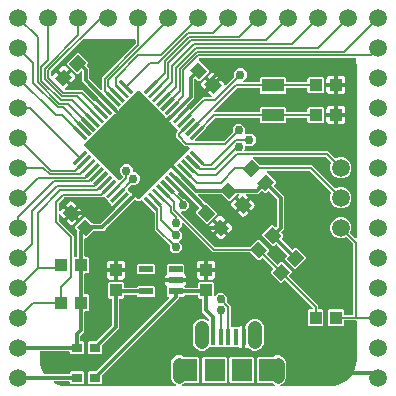
<source format=gbr>
G04 EAGLE Gerber X2 export*
%TF.Part,Single*%
%TF.FileFunction,Copper,L1,Top,Mixed*%
%TF.FilePolarity,Positive*%
%TF.GenerationSoftware,Autodesk,EAGLE,8.6.0*%
%TF.CreationDate,2018-09-01T13:25:50Z*%
G75*
%MOMM*%
%FSLAX34Y34*%
%LPD*%
%AMOC8*
5,1,8,0,0,1.08239X$1,22.5*%
G01*
%ADD10R,1.100000X1.000000*%
%ADD11R,1.900000X1.100000*%
%ADD12R,1.000000X1.100000*%
%ADD13R,1.475000X0.300000*%
%ADD14R,1.200000X0.600000*%
%ADD15R,0.900000X0.800000*%
%ADD16C,1.108000*%
%ADD17C,1.208000*%
%ADD18R,0.400000X1.350000*%
%ADD19R,1.800000X1.900000*%
%ADD20R,1.575000X1.900000*%
%ADD21C,1.500000*%
%ADD22C,0.304800*%
%ADD23C,0.756400*%
%ADD24C,0.152400*%

G36*
X152032Y11954D02*
X152032Y11954D01*
X152129Y11964D01*
X152152Y11974D01*
X152178Y11979D01*
X152264Y12024D01*
X152353Y12064D01*
X152373Y12081D01*
X152396Y12094D01*
X152463Y12164D01*
X152534Y12230D01*
X152547Y12253D01*
X152565Y12272D01*
X152606Y12360D01*
X152653Y12446D01*
X152658Y12471D01*
X152669Y12495D01*
X152679Y12592D01*
X152697Y12688D01*
X152693Y12714D01*
X152696Y12739D01*
X152675Y12835D01*
X152661Y12931D01*
X152649Y12954D01*
X152643Y12980D01*
X152594Y13063D01*
X152549Y13150D01*
X152531Y13169D01*
X152517Y13191D01*
X152443Y13254D01*
X152374Y13322D01*
X152345Y13338D01*
X152330Y13351D01*
X152300Y13363D01*
X152227Y13403D01*
X151098Y13871D01*
X149111Y15858D01*
X148035Y18455D01*
X148035Y32345D01*
X149111Y34942D01*
X151098Y36929D01*
X153695Y38005D01*
X156505Y38005D01*
X159102Y36929D01*
X159383Y36648D01*
X159457Y36595D01*
X159527Y36535D01*
X159557Y36523D01*
X159583Y36504D01*
X159670Y36477D01*
X159755Y36443D01*
X159796Y36439D01*
X159818Y36432D01*
X159850Y36433D01*
X159922Y36425D01*
X171482Y36425D01*
X172375Y35532D01*
X172375Y15268D01*
X171482Y14375D01*
X159922Y14375D01*
X159832Y14361D01*
X159741Y14353D01*
X159711Y14341D01*
X159679Y14336D01*
X159598Y14293D01*
X159514Y14257D01*
X159482Y14231D01*
X159462Y14220D01*
X159439Y14197D01*
X159383Y14152D01*
X159102Y13871D01*
X157973Y13403D01*
X157890Y13352D01*
X157804Y13306D01*
X157786Y13288D01*
X157764Y13274D01*
X157702Y13198D01*
X157635Y13128D01*
X157624Y13104D01*
X157607Y13084D01*
X157572Y12993D01*
X157531Y12905D01*
X157529Y12879D01*
X157519Y12855D01*
X157515Y12757D01*
X157504Y12661D01*
X157510Y12635D01*
X157509Y12609D01*
X157536Y12515D01*
X157557Y12420D01*
X157570Y12398D01*
X157577Y12373D01*
X157633Y12293D01*
X157683Y12209D01*
X157703Y12192D01*
X157718Y12171D01*
X157796Y12112D01*
X157870Y12049D01*
X157894Y12039D01*
X157915Y12024D01*
X158007Y11994D01*
X158098Y11957D01*
X158130Y11954D01*
X158149Y11948D01*
X158182Y11948D01*
X158265Y11939D01*
X235435Y11939D01*
X235532Y11954D01*
X235629Y11964D01*
X235652Y11974D01*
X235678Y11979D01*
X235764Y12024D01*
X235853Y12064D01*
X235873Y12081D01*
X235896Y12094D01*
X235963Y12164D01*
X236034Y12230D01*
X236047Y12253D01*
X236065Y12272D01*
X236106Y12360D01*
X236153Y12446D01*
X236158Y12471D01*
X236169Y12495D01*
X236179Y12592D01*
X236197Y12688D01*
X236193Y12714D01*
X236196Y12739D01*
X236175Y12835D01*
X236161Y12931D01*
X236149Y12954D01*
X236143Y12980D01*
X236094Y13063D01*
X236049Y13150D01*
X236031Y13169D01*
X236017Y13191D01*
X235943Y13254D01*
X235874Y13322D01*
X235845Y13338D01*
X235830Y13351D01*
X235800Y13363D01*
X235727Y13403D01*
X234598Y13871D01*
X234317Y14152D01*
X234243Y14205D01*
X234173Y14265D01*
X234143Y14277D01*
X234117Y14296D01*
X234030Y14323D01*
X233945Y14357D01*
X233904Y14361D01*
X233882Y14368D01*
X233850Y14367D01*
X233778Y14375D01*
X222218Y14375D01*
X221325Y15268D01*
X221325Y35532D01*
X222218Y36425D01*
X233778Y36425D01*
X233868Y36439D01*
X233959Y36447D01*
X233989Y36459D01*
X234021Y36464D01*
X234102Y36507D01*
X234186Y36543D01*
X234218Y36569D01*
X234238Y36580D01*
X234261Y36603D01*
X234317Y36648D01*
X234598Y36929D01*
X237195Y38005D01*
X240005Y38005D01*
X242602Y36929D01*
X244589Y34942D01*
X245665Y32345D01*
X245665Y18455D01*
X244589Y15858D01*
X242602Y13871D01*
X241473Y13403D01*
X241390Y13352D01*
X241304Y13306D01*
X241286Y13288D01*
X241264Y13274D01*
X241202Y13198D01*
X241135Y13128D01*
X241124Y13104D01*
X241107Y13084D01*
X241072Y12993D01*
X241031Y12905D01*
X241029Y12879D01*
X241019Y12855D01*
X241015Y12757D01*
X241004Y12661D01*
X241010Y12635D01*
X241009Y12609D01*
X241036Y12515D01*
X241057Y12420D01*
X241070Y12398D01*
X241077Y12373D01*
X241133Y12293D01*
X241183Y12209D01*
X241203Y12192D01*
X241218Y12171D01*
X241296Y12112D01*
X241370Y12049D01*
X241394Y12039D01*
X241415Y12024D01*
X241507Y11994D01*
X241598Y11957D01*
X241630Y11954D01*
X241649Y11948D01*
X241682Y11948D01*
X241765Y11939D01*
X283120Y11939D01*
X283142Y11942D01*
X283180Y11941D01*
X286571Y12208D01*
X286603Y12216D01*
X286689Y12227D01*
X289997Y13021D01*
X290027Y13034D01*
X290111Y13058D01*
X293254Y14360D01*
X293282Y14377D01*
X293360Y14414D01*
X296261Y16192D01*
X296286Y16213D01*
X296358Y16262D01*
X298944Y18471D01*
X298966Y18496D01*
X299029Y18556D01*
X301238Y21143D01*
X301255Y21171D01*
X301309Y21239D01*
X303086Y24140D01*
X303098Y24170D01*
X303140Y24246D01*
X304442Y27389D01*
X304450Y27422D01*
X304479Y27503D01*
X305273Y30811D01*
X305276Y30844D01*
X305292Y30929D01*
X305559Y34321D01*
X305557Y34342D01*
X305561Y34380D01*
X305561Y66802D01*
X305558Y66822D01*
X305560Y66841D01*
X305538Y66943D01*
X305522Y67045D01*
X305512Y67062D01*
X305508Y67082D01*
X305455Y67171D01*
X305406Y67262D01*
X305392Y67276D01*
X305382Y67293D01*
X305303Y67360D01*
X305228Y67432D01*
X305210Y67440D01*
X305195Y67453D01*
X305099Y67492D01*
X305005Y67535D01*
X304985Y67537D01*
X304967Y67545D01*
X304800Y67563D01*
X295186Y67563D01*
X295166Y67560D01*
X295147Y67562D01*
X295045Y67540D01*
X294943Y67524D01*
X294926Y67514D01*
X294906Y67510D01*
X294817Y67457D01*
X294726Y67408D01*
X294712Y67394D01*
X294695Y67384D01*
X294628Y67305D01*
X294556Y67230D01*
X294548Y67212D01*
X294535Y67197D01*
X294496Y67101D01*
X294453Y67007D01*
X294451Y66987D01*
X294443Y66969D01*
X294425Y66802D01*
X294425Y63718D01*
X293532Y62825D01*
X282268Y62825D01*
X281375Y63718D01*
X281375Y75982D01*
X282268Y76875D01*
X293532Y76875D01*
X294425Y75982D01*
X294425Y72898D01*
X294428Y72878D01*
X294426Y72859D01*
X294448Y72757D01*
X294464Y72655D01*
X294474Y72638D01*
X294478Y72618D01*
X294531Y72529D01*
X294580Y72438D01*
X294594Y72424D01*
X294604Y72407D01*
X294683Y72340D01*
X294758Y72268D01*
X294776Y72260D01*
X294791Y72247D01*
X294887Y72208D01*
X294981Y72165D01*
X295001Y72163D01*
X295019Y72155D01*
X295186Y72137D01*
X301752Y72137D01*
X301772Y72140D01*
X301791Y72138D01*
X301893Y72160D01*
X301995Y72176D01*
X302012Y72186D01*
X302032Y72190D01*
X302121Y72243D01*
X302212Y72292D01*
X302226Y72306D01*
X302243Y72316D01*
X302310Y72395D01*
X302382Y72470D01*
X302390Y72488D01*
X302403Y72503D01*
X302442Y72599D01*
X302485Y72693D01*
X302487Y72713D01*
X302495Y72731D01*
X302513Y72898D01*
X302513Y132087D01*
X302499Y132178D01*
X302491Y132268D01*
X302479Y132298D01*
X302474Y132330D01*
X302431Y132411D01*
X302395Y132495D01*
X302369Y132527D01*
X302358Y132548D01*
X302335Y132570D01*
X302290Y132626D01*
X297080Y137836D01*
X296985Y137904D01*
X296891Y137974D01*
X296886Y137976D01*
X296880Y137979D01*
X296769Y138014D01*
X296658Y138050D01*
X296651Y138050D01*
X296645Y138052D01*
X296529Y138049D01*
X296412Y138048D01*
X296404Y138046D01*
X296399Y138045D01*
X296382Y138039D01*
X296251Y138001D01*
X293895Y137025D01*
X290305Y137025D01*
X286988Y138399D01*
X284449Y140938D01*
X283075Y144255D01*
X283075Y147845D01*
X284449Y151162D01*
X286988Y153701D01*
X290305Y155075D01*
X293895Y155075D01*
X297212Y153701D01*
X299751Y151162D01*
X301125Y147845D01*
X301125Y144255D01*
X300149Y141899D01*
X300122Y141786D01*
X300094Y141672D01*
X300094Y141666D01*
X300093Y141660D01*
X300104Y141543D01*
X300113Y141427D01*
X300115Y141421D01*
X300116Y141415D01*
X300164Y141308D01*
X300209Y141201D01*
X300214Y141195D01*
X300216Y141190D01*
X300229Y141177D01*
X300314Y141070D01*
X304262Y137122D01*
X304320Y137080D01*
X304372Y137031D01*
X304419Y137009D01*
X304461Y136979D01*
X304530Y136958D01*
X304595Y136927D01*
X304647Y136922D01*
X304697Y136906D01*
X304768Y136908D01*
X304839Y136900D01*
X304890Y136911D01*
X304942Y136913D01*
X305010Y136937D01*
X305080Y136953D01*
X305125Y136979D01*
X305173Y136997D01*
X305229Y137042D01*
X305291Y137079D01*
X305325Y137118D01*
X305365Y137151D01*
X305404Y137211D01*
X305451Y137266D01*
X305470Y137314D01*
X305498Y137358D01*
X305516Y137427D01*
X305543Y137494D01*
X305551Y137565D01*
X305559Y137596D01*
X305557Y137620D01*
X305561Y137660D01*
X305561Y283120D01*
X305558Y283142D01*
X305559Y283180D01*
X305292Y286571D01*
X305284Y286603D01*
X305273Y286689D01*
X304663Y289230D01*
X304643Y289277D01*
X304635Y289314D01*
X304635Y289315D01*
X304631Y289332D01*
X304595Y289392D01*
X304568Y289456D01*
X304532Y289497D01*
X304505Y289543D01*
X304452Y289588D01*
X304405Y289641D01*
X304359Y289668D01*
X304318Y289703D01*
X304253Y289729D01*
X304192Y289764D01*
X304140Y289775D01*
X304090Y289795D01*
X303980Y289807D01*
X303951Y289813D01*
X303940Y289811D01*
X303923Y289813D01*
X172713Y289813D01*
X172623Y289799D01*
X172532Y289791D01*
X172502Y289779D01*
X172470Y289774D01*
X172389Y289731D01*
X172305Y289695D01*
X172273Y289669D01*
X172252Y289658D01*
X172236Y289641D01*
X172234Y289640D01*
X172226Y289632D01*
X172174Y289590D01*
X171869Y289285D01*
X171857Y289269D01*
X171842Y289256D01*
X171786Y289169D01*
X171725Y289085D01*
X171719Y289066D01*
X171709Y289049D01*
X171683Y288949D01*
X171653Y288850D01*
X171654Y288830D01*
X171649Y288811D01*
X171657Y288708D01*
X171659Y288604D01*
X171666Y288586D01*
X171668Y288566D01*
X171708Y288471D01*
X171744Y288373D01*
X171756Y288358D01*
X171764Y288339D01*
X171869Y288208D01*
X180739Y279338D01*
X180739Y278075D01*
X172775Y270111D01*
X171512Y270111D01*
X169530Y272092D01*
X169514Y272104D01*
X169502Y272120D01*
X169422Y272171D01*
X169416Y272176D01*
X169412Y272178D01*
X169331Y272236D01*
X169312Y272242D01*
X169295Y272252D01*
X169194Y272278D01*
X169096Y272308D01*
X169076Y272308D01*
X169056Y272313D01*
X168953Y272304D01*
X168850Y272302D01*
X168831Y272295D01*
X168811Y272293D01*
X168716Y272253D01*
X168619Y272217D01*
X168603Y272205D01*
X168585Y272197D01*
X168454Y272092D01*
X168372Y272010D01*
X168318Y271936D01*
X168259Y271867D01*
X168247Y271837D01*
X168228Y271810D01*
X168201Y271723D01*
X168167Y271639D01*
X168163Y271598D01*
X168156Y271575D01*
X168157Y271543D01*
X168149Y271472D01*
X168149Y255552D01*
X162090Y249493D01*
X162079Y249477D01*
X162063Y249465D01*
X162007Y249377D01*
X161947Y249294D01*
X161941Y249275D01*
X161930Y249258D01*
X161905Y249157D01*
X161875Y249059D01*
X161875Y249039D01*
X161870Y249019D01*
X161878Y248916D01*
X161881Y248813D01*
X161888Y248794D01*
X161889Y248774D01*
X161930Y248679D01*
X161965Y248582D01*
X161978Y248566D01*
X161986Y248548D01*
X162090Y248417D01*
X162394Y248114D01*
X155382Y241103D01*
X155371Y241086D01*
X155355Y241074D01*
X155299Y240987D01*
X155239Y240903D01*
X155233Y240884D01*
X155222Y240867D01*
X155197Y240767D01*
X155166Y240668D01*
X155167Y240648D01*
X155162Y240628D01*
X155170Y240525D01*
X155173Y240422D01*
X155180Y240403D01*
X155181Y240383D01*
X155222Y240288D01*
X155257Y240191D01*
X155270Y240175D01*
X155277Y240157D01*
X155382Y240026D01*
X155383Y240026D01*
X155399Y240014D01*
X155411Y239999D01*
X155499Y239942D01*
X155582Y239882D01*
X155601Y239876D01*
X155618Y239866D01*
X155719Y239840D01*
X155817Y239810D01*
X155837Y239810D01*
X155857Y239805D01*
X155960Y239813D01*
X156063Y239816D01*
X156082Y239823D01*
X156102Y239825D01*
X156197Y239865D01*
X156294Y239901D01*
X156310Y239913D01*
X156328Y239921D01*
X156459Y240026D01*
X163470Y247037D01*
X164300Y246207D01*
X164308Y246202D01*
X164338Y246165D01*
X164341Y246162D01*
X164343Y246159D01*
X164443Y246097D01*
X164544Y246032D01*
X164548Y246031D01*
X164552Y246029D01*
X164667Y246001D01*
X164783Y245972D01*
X164787Y245972D01*
X164791Y245971D01*
X164911Y245982D01*
X165028Y245991D01*
X165032Y245992D01*
X165036Y245992D01*
X165146Y246041D01*
X165255Y246087D01*
X165258Y246090D01*
X165261Y246091D01*
X165271Y246100D01*
X165386Y246192D01*
X173918Y254724D01*
X175480Y256287D01*
X182061Y256287D01*
X182132Y256298D01*
X182204Y256300D01*
X182253Y256318D01*
X182304Y256326D01*
X182367Y256360D01*
X182435Y256385D01*
X182475Y256417D01*
X182521Y256442D01*
X182571Y256494D01*
X182627Y256538D01*
X182655Y256582D01*
X182691Y256620D01*
X182721Y256685D01*
X182760Y256745D01*
X182772Y256796D01*
X182794Y256843D01*
X182802Y256914D01*
X182820Y256984D01*
X182816Y257036D01*
X182821Y257087D01*
X182806Y257158D01*
X182801Y257229D01*
X182780Y257277D01*
X182769Y257328D01*
X182732Y257389D01*
X182704Y257455D01*
X182660Y257511D01*
X182643Y257539D01*
X182632Y257548D01*
X182630Y257552D01*
X182620Y257560D01*
X182600Y257586D01*
X179555Y260630D01*
X184349Y265424D01*
X184360Y265440D01*
X184376Y265452D01*
X184432Y265540D01*
X184492Y265623D01*
X184498Y265642D01*
X184509Y265659D01*
X184534Y265760D01*
X184564Y265858D01*
X184564Y265878D01*
X184569Y265898D01*
X184561Y266001D01*
X184558Y266104D01*
X184551Y266123D01*
X184550Y266143D01*
X184509Y266238D01*
X184474Y266335D01*
X184461Y266351D01*
X184453Y266369D01*
X184349Y266500D01*
X183809Y267040D01*
X183810Y267041D01*
X184350Y266501D01*
X184366Y266490D01*
X184378Y266474D01*
X184466Y266418D01*
X184550Y266358D01*
X184568Y266352D01*
X184585Y266341D01*
X184686Y266316D01*
X184785Y266285D01*
X184805Y266286D01*
X184824Y266281D01*
X184927Y266289D01*
X185030Y266292D01*
X185049Y266299D01*
X185069Y266300D01*
X185164Y266341D01*
X185261Y266376D01*
X185277Y266389D01*
X185295Y266397D01*
X185426Y266501D01*
X190220Y271295D01*
X193268Y268246D01*
X193603Y267667D01*
X193737Y267166D01*
X193776Y267079D01*
X193809Y266989D01*
X193826Y266967D01*
X193838Y266941D01*
X193903Y266872D01*
X193963Y266797D01*
X193986Y266782D01*
X194005Y266761D01*
X194089Y266716D01*
X194169Y266664D01*
X194197Y266657D01*
X194222Y266644D01*
X194316Y266627D01*
X194408Y266604D01*
X194436Y266606D01*
X194464Y266601D01*
X194558Y266616D01*
X194653Y266623D01*
X194679Y266634D01*
X194707Y266639D01*
X194792Y266682D01*
X194879Y266720D01*
X194907Y266742D01*
X194926Y266751D01*
X194949Y266775D01*
X195010Y266824D01*
X201480Y273294D01*
X201526Y273357D01*
X201548Y273381D01*
X201552Y273390D01*
X201593Y273438D01*
X201605Y273468D01*
X201624Y273494D01*
X201651Y273581D01*
X201685Y273666D01*
X201689Y273707D01*
X201696Y273729D01*
X201695Y273761D01*
X201703Y273833D01*
X201703Y277788D01*
X204812Y280897D01*
X209208Y280897D01*
X212317Y277788D01*
X212317Y273392D01*
X209211Y270286D01*
X209169Y270228D01*
X209120Y270176D01*
X209098Y270129D01*
X209068Y270087D01*
X209046Y270018D01*
X209016Y269953D01*
X209011Y269901D01*
X208995Y269851D01*
X208997Y269780D01*
X208989Y269709D01*
X209000Y269658D01*
X209002Y269606D01*
X209026Y269538D01*
X209041Y269468D01*
X209068Y269423D01*
X209086Y269375D01*
X209131Y269319D01*
X209168Y269257D01*
X209207Y269223D01*
X209240Y269183D01*
X209300Y269144D01*
X209355Y269097D01*
X209403Y269078D01*
X209447Y269050D01*
X209516Y269032D01*
X209583Y269005D01*
X209654Y268997D01*
X209685Y268989D01*
X209708Y268991D01*
X209749Y268987D01*
X223164Y268987D01*
X223184Y268990D01*
X223203Y268988D01*
X223305Y269010D01*
X223407Y269026D01*
X223424Y269036D01*
X223444Y269040D01*
X223533Y269093D01*
X223624Y269142D01*
X223638Y269156D01*
X223655Y269166D01*
X223722Y269245D01*
X223794Y269320D01*
X223802Y269338D01*
X223815Y269353D01*
X223854Y269449D01*
X223897Y269543D01*
X223899Y269563D01*
X223907Y269581D01*
X223925Y269748D01*
X223925Y272632D01*
X224818Y273525D01*
X245082Y273525D01*
X245975Y272632D01*
X245975Y269748D01*
X245978Y269728D01*
X245976Y269709D01*
X245998Y269607D01*
X246014Y269505D01*
X246024Y269488D01*
X246028Y269468D01*
X246081Y269379D01*
X246130Y269288D01*
X246144Y269274D01*
X246154Y269257D01*
X246233Y269190D01*
X246308Y269118D01*
X246326Y269110D01*
X246341Y269097D01*
X246437Y269058D01*
X246531Y269015D01*
X246551Y269013D01*
X246569Y269005D01*
X246736Y268987D01*
X263114Y268987D01*
X263134Y268990D01*
X263153Y268988D01*
X263255Y269010D01*
X263357Y269026D01*
X263374Y269036D01*
X263394Y269040D01*
X263483Y269093D01*
X263574Y269142D01*
X263588Y269156D01*
X263605Y269166D01*
X263672Y269245D01*
X263744Y269320D01*
X263752Y269338D01*
X263765Y269353D01*
X263804Y269449D01*
X263847Y269543D01*
X263849Y269563D01*
X263857Y269581D01*
X263875Y269748D01*
X263875Y272332D01*
X264768Y273225D01*
X277032Y273225D01*
X277925Y272332D01*
X277925Y261068D01*
X277032Y260175D01*
X264768Y260175D01*
X263875Y261068D01*
X263875Y263652D01*
X263872Y263672D01*
X263874Y263691D01*
X263852Y263793D01*
X263836Y263895D01*
X263826Y263912D01*
X263822Y263932D01*
X263769Y264021D01*
X263720Y264112D01*
X263706Y264126D01*
X263696Y264143D01*
X263617Y264210D01*
X263542Y264282D01*
X263524Y264290D01*
X263509Y264303D01*
X263413Y264342D01*
X263319Y264385D01*
X263299Y264387D01*
X263281Y264395D01*
X263114Y264413D01*
X246736Y264413D01*
X246716Y264410D01*
X246697Y264412D01*
X246595Y264390D01*
X246493Y264374D01*
X246476Y264364D01*
X246456Y264360D01*
X246367Y264307D01*
X246276Y264258D01*
X246262Y264244D01*
X246245Y264234D01*
X246178Y264155D01*
X246106Y264080D01*
X246098Y264062D01*
X246085Y264047D01*
X246046Y263951D01*
X246003Y263857D01*
X246001Y263837D01*
X245993Y263819D01*
X245975Y263652D01*
X245975Y260368D01*
X245082Y259475D01*
X224818Y259475D01*
X223925Y260368D01*
X223925Y263652D01*
X223922Y263672D01*
X223924Y263691D01*
X223902Y263793D01*
X223886Y263895D01*
X223876Y263912D01*
X223872Y263932D01*
X223819Y264021D01*
X223770Y264112D01*
X223756Y264126D01*
X223746Y264143D01*
X223667Y264210D01*
X223592Y264282D01*
X223574Y264290D01*
X223559Y264303D01*
X223463Y264342D01*
X223369Y264385D01*
X223349Y264387D01*
X223331Y264395D01*
X223164Y264413D01*
X204532Y264413D01*
X204442Y264399D01*
X204351Y264391D01*
X204322Y264379D01*
X204290Y264374D01*
X204209Y264331D01*
X204125Y264295D01*
X204093Y264269D01*
X204072Y264258D01*
X204050Y264235D01*
X203994Y264190D01*
X184690Y244886D01*
X184648Y244828D01*
X184599Y244776D01*
X184577Y244729D01*
X184546Y244687D01*
X184525Y244618D01*
X184495Y244553D01*
X184489Y244501D01*
X184474Y244451D01*
X184476Y244380D01*
X184468Y244309D01*
X184479Y244258D01*
X184480Y244206D01*
X184505Y244138D01*
X184520Y244068D01*
X184547Y244023D01*
X184565Y243975D01*
X184610Y243919D01*
X184646Y243857D01*
X184686Y243823D01*
X184719Y243783D01*
X184779Y243744D01*
X184833Y243697D01*
X184882Y243678D01*
X184925Y243650D01*
X184995Y243632D01*
X185062Y243605D01*
X185133Y243597D01*
X185164Y243589D01*
X185187Y243591D01*
X185228Y243587D01*
X223164Y243587D01*
X223184Y243590D01*
X223203Y243588D01*
X223305Y243610D01*
X223407Y243626D01*
X223424Y243636D01*
X223444Y243640D01*
X223533Y243693D01*
X223624Y243742D01*
X223638Y243756D01*
X223655Y243766D01*
X223722Y243845D01*
X223794Y243920D01*
X223802Y243938D01*
X223815Y243953D01*
X223854Y244049D01*
X223897Y244143D01*
X223899Y244163D01*
X223907Y244181D01*
X223925Y244348D01*
X223925Y247632D01*
X224818Y248525D01*
X245082Y248525D01*
X245975Y247632D01*
X245975Y244348D01*
X245978Y244328D01*
X245976Y244309D01*
X245998Y244207D01*
X246014Y244105D01*
X246024Y244088D01*
X246028Y244068D01*
X246081Y243979D01*
X246130Y243888D01*
X246144Y243874D01*
X246154Y243857D01*
X246233Y243790D01*
X246308Y243718D01*
X246326Y243710D01*
X246341Y243697D01*
X246437Y243658D01*
X246531Y243615D01*
X246551Y243613D01*
X246569Y243605D01*
X246736Y243587D01*
X263114Y243587D01*
X263134Y243590D01*
X263153Y243588D01*
X263255Y243610D01*
X263357Y243626D01*
X263374Y243636D01*
X263394Y243640D01*
X263483Y243693D01*
X263574Y243742D01*
X263588Y243756D01*
X263605Y243766D01*
X263672Y243845D01*
X263744Y243920D01*
X263752Y243938D01*
X263765Y243953D01*
X263804Y244049D01*
X263847Y244143D01*
X263849Y244163D01*
X263857Y244181D01*
X263875Y244348D01*
X263875Y246932D01*
X264768Y247825D01*
X277032Y247825D01*
X277925Y246932D01*
X277925Y235668D01*
X277032Y234775D01*
X264768Y234775D01*
X263875Y235668D01*
X263875Y238252D01*
X263872Y238272D01*
X263874Y238291D01*
X263852Y238393D01*
X263836Y238495D01*
X263826Y238512D01*
X263822Y238532D01*
X263769Y238621D01*
X263720Y238712D01*
X263706Y238726D01*
X263696Y238743D01*
X263617Y238810D01*
X263542Y238882D01*
X263524Y238890D01*
X263509Y238903D01*
X263413Y238942D01*
X263319Y238985D01*
X263299Y238987D01*
X263281Y238995D01*
X263114Y239013D01*
X246736Y239013D01*
X246716Y239010D01*
X246697Y239012D01*
X246595Y238990D01*
X246493Y238974D01*
X246476Y238964D01*
X246456Y238960D01*
X246367Y238907D01*
X246276Y238858D01*
X246262Y238844D01*
X246245Y238834D01*
X246178Y238755D01*
X246106Y238680D01*
X246098Y238662D01*
X246085Y238647D01*
X246046Y238551D01*
X246003Y238457D01*
X246001Y238437D01*
X245993Y238419D01*
X245975Y238252D01*
X245975Y235368D01*
X245082Y234475D01*
X224818Y234475D01*
X223925Y235368D01*
X223925Y238252D01*
X223922Y238272D01*
X223924Y238291D01*
X223902Y238393D01*
X223886Y238495D01*
X223876Y238512D01*
X223872Y238532D01*
X223819Y238621D01*
X223770Y238712D01*
X223756Y238726D01*
X223746Y238743D01*
X223667Y238810D01*
X223592Y238882D01*
X223574Y238890D01*
X223559Y238903D01*
X223463Y238942D01*
X223369Y238985D01*
X223349Y238987D01*
X223331Y238995D01*
X223164Y239013D01*
X186203Y239013D01*
X186113Y238999D01*
X186022Y238991D01*
X185993Y238979D01*
X185961Y238974D01*
X185880Y238931D01*
X185796Y238895D01*
X185764Y238869D01*
X185743Y238858D01*
X185721Y238835D01*
X185665Y238790D01*
X178086Y231211D01*
X178033Y231137D01*
X177973Y231068D01*
X177961Y231037D01*
X177942Y231011D01*
X177916Y230924D01*
X177881Y230839D01*
X177877Y230799D01*
X177870Y230776D01*
X177871Y230744D01*
X177863Y230673D01*
X177863Y229944D01*
X168675Y220756D01*
X168633Y220698D01*
X168584Y220646D01*
X168562Y220599D01*
X168531Y220557D01*
X168510Y220488D01*
X168480Y220423D01*
X168474Y220371D01*
X168459Y220321D01*
X168461Y220250D01*
X168453Y220179D01*
X168464Y220128D01*
X168465Y220076D01*
X168490Y220008D01*
X168505Y219938D01*
X168532Y219893D01*
X168550Y219845D01*
X168595Y219789D01*
X168631Y219727D01*
X168671Y219693D01*
X168703Y219653D01*
X168764Y219614D01*
X168818Y219567D01*
X168866Y219548D01*
X168910Y219520D01*
X168980Y219502D01*
X169046Y219475D01*
X169118Y219467D01*
X169149Y219459D01*
X169172Y219461D01*
X169213Y219457D01*
X193047Y219457D01*
X193138Y219471D01*
X193228Y219479D01*
X193258Y219491D01*
X193290Y219496D01*
X193371Y219539D01*
X193455Y219575D01*
X193487Y219601D01*
X193508Y219612D01*
X193530Y219635D01*
X193586Y219680D01*
X200210Y226304D01*
X200263Y226378D01*
X200323Y226448D01*
X200335Y226478D01*
X200354Y226504D01*
X200381Y226591D01*
X200415Y226676D01*
X200419Y226717D01*
X200426Y226739D01*
X200425Y226771D01*
X200433Y226843D01*
X200433Y230798D01*
X203542Y233907D01*
X207938Y233907D01*
X211047Y230798D01*
X211047Y226175D01*
X211058Y226105D01*
X211060Y226033D01*
X211078Y225984D01*
X211086Y225933D01*
X211120Y225869D01*
X211145Y225802D01*
X211177Y225761D01*
X211202Y225715D01*
X211253Y225666D01*
X211298Y225610D01*
X211342Y225582D01*
X211380Y225546D01*
X211445Y225516D01*
X211505Y225477D01*
X211556Y225464D01*
X211603Y225442D01*
X211674Y225434D01*
X211744Y225417D01*
X211796Y225421D01*
X211847Y225415D01*
X211918Y225430D01*
X211989Y225436D01*
X212037Y225456D01*
X212088Y225467D01*
X212149Y225504D01*
X212215Y225532D01*
X212271Y225577D01*
X212299Y225594D01*
X212314Y225611D01*
X212346Y225637D01*
X212432Y225723D01*
X216828Y225723D01*
X219937Y222614D01*
X219937Y218218D01*
X216828Y215109D01*
X212432Y215109D01*
X212346Y215195D01*
X212288Y215237D01*
X212236Y215286D01*
X212189Y215308D01*
X212147Y215338D01*
X212078Y215360D01*
X212013Y215390D01*
X211961Y215395D01*
X211911Y215411D01*
X211840Y215409D01*
X211769Y215417D01*
X211718Y215406D01*
X211666Y215404D01*
X211598Y215380D01*
X211528Y215365D01*
X211483Y215338D01*
X211435Y215320D01*
X211379Y215275D01*
X211317Y215238D01*
X211283Y215199D01*
X211243Y215166D01*
X211204Y215106D01*
X211157Y215051D01*
X211138Y215003D01*
X211110Y214959D01*
X211092Y214890D01*
X211065Y214823D01*
X211057Y214752D01*
X211049Y214721D01*
X211051Y214698D01*
X211047Y214657D01*
X211047Y212150D01*
X210763Y211866D01*
X210721Y211808D01*
X210672Y211756D01*
X210650Y211709D01*
X210620Y211667D01*
X210598Y211598D01*
X210568Y211533D01*
X210563Y211481D01*
X210547Y211431D01*
X210549Y211360D01*
X210541Y211289D01*
X210552Y211238D01*
X210554Y211186D01*
X210578Y211118D01*
X210593Y211048D01*
X210620Y211003D01*
X210638Y210955D01*
X210683Y210899D01*
X210720Y210837D01*
X210759Y210803D01*
X210792Y210763D01*
X210852Y210724D01*
X210907Y210677D01*
X210955Y210658D01*
X210999Y210630D01*
X211068Y210612D01*
X211135Y210585D01*
X211206Y210577D01*
X211237Y210569D01*
X211260Y210571D01*
X211301Y210567D01*
X281617Y210567D01*
X283180Y209004D01*
X287120Y205064D01*
X287214Y204997D01*
X287308Y204926D01*
X287315Y204924D01*
X287320Y204921D01*
X287430Y204886D01*
X287542Y204850D01*
X287549Y204850D01*
X287555Y204848D01*
X287671Y204851D01*
X287788Y204852D01*
X287795Y204854D01*
X287801Y204855D01*
X287818Y204861D01*
X287949Y204899D01*
X290305Y205875D01*
X293895Y205875D01*
X297212Y204501D01*
X299751Y201962D01*
X301125Y198645D01*
X301125Y195055D01*
X299751Y191738D01*
X297212Y189199D01*
X293895Y187825D01*
X290305Y187825D01*
X286988Y189199D01*
X284449Y191738D01*
X283075Y195055D01*
X283075Y198645D01*
X284051Y201001D01*
X284078Y201114D01*
X284106Y201228D01*
X284106Y201234D01*
X284107Y201240D01*
X284096Y201357D01*
X284087Y201473D01*
X284085Y201479D01*
X284084Y201485D01*
X284036Y201592D01*
X283991Y201699D01*
X283986Y201705D01*
X283984Y201710D01*
X283971Y201723D01*
X283886Y201830D01*
X279946Y205770D01*
X279872Y205823D01*
X279802Y205883D01*
X279772Y205895D01*
X279746Y205914D01*
X279659Y205941D01*
X279574Y205975D01*
X279533Y205979D01*
X279511Y205986D01*
X279479Y205985D01*
X279408Y205993D01*
X218529Y205993D01*
X218458Y205982D01*
X218386Y205980D01*
X218337Y205962D01*
X218286Y205954D01*
X218223Y205920D01*
X218155Y205895D01*
X218115Y205863D01*
X218069Y205838D01*
X218019Y205787D01*
X217963Y205742D01*
X217935Y205698D01*
X217899Y205660D01*
X217869Y205595D01*
X217830Y205535D01*
X217818Y205484D01*
X217796Y205437D01*
X217788Y205366D01*
X217770Y205296D01*
X217774Y205244D01*
X217769Y205193D01*
X217784Y205122D01*
X217790Y205051D01*
X217810Y205003D01*
X217821Y204952D01*
X217858Y204891D01*
X217886Y204825D01*
X217931Y204769D01*
X217947Y204741D01*
X217965Y204726D01*
X217991Y204694D01*
X223664Y199020D01*
X223738Y198967D01*
X223808Y198908D01*
X223838Y198895D01*
X223864Y198877D01*
X223951Y198850D01*
X224036Y198816D01*
X224077Y198811D01*
X224099Y198804D01*
X224131Y198805D01*
X224203Y198797D01*
X267987Y198797D01*
X287120Y179664D01*
X287214Y179597D01*
X287308Y179526D01*
X287315Y179524D01*
X287320Y179521D01*
X287430Y179486D01*
X287542Y179450D01*
X287549Y179450D01*
X287555Y179448D01*
X287671Y179451D01*
X287788Y179452D01*
X287796Y179454D01*
X287801Y179455D01*
X287818Y179461D01*
X287949Y179499D01*
X290305Y180475D01*
X293895Y180475D01*
X297212Y179101D01*
X299751Y176562D01*
X301125Y173245D01*
X301125Y169655D01*
X299751Y166338D01*
X297212Y163799D01*
X293895Y162425D01*
X290305Y162425D01*
X286988Y163799D01*
X284449Y166338D01*
X283075Y169655D01*
X283075Y173245D01*
X284051Y175601D01*
X284078Y175714D01*
X284106Y175828D01*
X284106Y175834D01*
X284107Y175840D01*
X284096Y175957D01*
X284087Y176073D01*
X284085Y176079D01*
X284084Y176085D01*
X284036Y176192D01*
X283991Y176299D01*
X283986Y176305D01*
X283984Y176310D01*
X283971Y176323D01*
X283886Y176430D01*
X266315Y194001D01*
X266241Y194054D01*
X266172Y194113D01*
X266142Y194125D01*
X266116Y194144D01*
X266029Y194171D01*
X265944Y194205D01*
X265903Y194210D01*
X265881Y194217D01*
X265848Y194216D01*
X265777Y194224D01*
X230299Y194224D01*
X230228Y194212D01*
X230156Y194210D01*
X230107Y194192D01*
X230056Y194184D01*
X229992Y194150D01*
X229925Y194126D01*
X229884Y194093D01*
X229838Y194069D01*
X229789Y194017D01*
X229733Y193972D01*
X229705Y193928D01*
X229669Y193890D01*
X229639Y193826D01*
X229600Y193765D01*
X229587Y193715D01*
X229565Y193667D01*
X229557Y193596D01*
X229540Y193527D01*
X229544Y193475D01*
X229538Y193423D01*
X229554Y193353D01*
X229559Y193281D01*
X229579Y193234D01*
X229591Y193183D01*
X229627Y193121D01*
X229655Y193055D01*
X229700Y192999D01*
X229717Y192971D01*
X229735Y192956D01*
X229760Y192924D01*
X237210Y185475D01*
X237210Y184212D01*
X235568Y182570D01*
X235557Y182554D01*
X235541Y182541D01*
X235485Y182454D01*
X235425Y182370D01*
X235419Y182351D01*
X235408Y182334D01*
X235383Y182234D01*
X235352Y182135D01*
X235353Y182115D01*
X235348Y182096D01*
X235356Y181993D01*
X235359Y181889D01*
X235365Y181870D01*
X235367Y181851D01*
X235407Y181756D01*
X235443Y181658D01*
X235456Y181643D01*
X235463Y181624D01*
X235568Y181493D01*
X242340Y174722D01*
X244349Y172713D01*
X244349Y144787D01*
X242340Y142778D01*
X241918Y142357D01*
X241907Y142340D01*
X241891Y142328D01*
X241835Y142241D01*
X241775Y142157D01*
X241769Y142138D01*
X241758Y142121D01*
X241733Y142021D01*
X241702Y141922D01*
X241703Y141902D01*
X241698Y141883D01*
X241706Y141780D01*
X241709Y141676D01*
X241715Y141657D01*
X241717Y141637D01*
X241757Y141542D01*
X241793Y141445D01*
X241806Y141429D01*
X241813Y141411D01*
X241918Y141280D01*
X243560Y139638D01*
X243560Y138375D01*
X242272Y137087D01*
X242260Y137071D01*
X242244Y137059D01*
X242188Y136971D01*
X242128Y136888D01*
X242122Y136869D01*
X242111Y136852D01*
X242086Y136751D01*
X242056Y136652D01*
X242056Y136633D01*
X242051Y136613D01*
X242059Y136510D01*
X242062Y136407D01*
X242069Y136388D01*
X242071Y136368D01*
X242111Y136273D01*
X242147Y136176D01*
X242159Y136160D01*
X242167Y136142D01*
X242272Y136011D01*
X250664Y127618D01*
X250680Y127607D01*
X250693Y127591D01*
X250780Y127535D01*
X250864Y127475D01*
X250883Y127469D01*
X250900Y127458D01*
X251000Y127433D01*
X251099Y127402D01*
X251119Y127403D01*
X251138Y127398D01*
X251241Y127406D01*
X251345Y127409D01*
X251364Y127415D01*
X251384Y127417D01*
X251478Y127457D01*
X251576Y127493D01*
X251592Y127506D01*
X251610Y127513D01*
X251741Y127618D01*
X253382Y129260D01*
X254646Y129260D01*
X262610Y121296D01*
X262610Y120032D01*
X253938Y111361D01*
X252675Y111361D01*
X244711Y119325D01*
X244711Y120588D01*
X246353Y122230D01*
X246364Y122246D01*
X246380Y122259D01*
X246436Y122346D01*
X246496Y122430D01*
X246502Y122449D01*
X246513Y122466D01*
X246538Y122566D01*
X246569Y122665D01*
X246568Y122685D01*
X246573Y122704D01*
X246565Y122807D01*
X246562Y122911D01*
X246555Y122929D01*
X246554Y122949D01*
X246514Y123044D01*
X246478Y123142D01*
X246465Y123157D01*
X246457Y123176D01*
X246353Y123307D01*
X237960Y131699D01*
X237944Y131711D01*
X237931Y131726D01*
X237844Y131782D01*
X237760Y131843D01*
X237741Y131849D01*
X237725Y131859D01*
X237624Y131885D01*
X237525Y131915D01*
X237505Y131915D01*
X237486Y131919D01*
X237383Y131911D01*
X237279Y131909D01*
X237261Y131902D01*
X237241Y131900D01*
X237146Y131860D01*
X237048Y131824D01*
X237033Y131812D01*
X237014Y131804D01*
X236884Y131699D01*
X235596Y130411D01*
X234332Y130411D01*
X225661Y139082D01*
X225661Y140346D01*
X233625Y148310D01*
X234888Y148310D01*
X236530Y146668D01*
X236546Y146657D01*
X236559Y146641D01*
X236646Y146585D01*
X236730Y146525D01*
X236749Y146519D01*
X236766Y146508D01*
X236866Y146483D01*
X236965Y146452D01*
X236985Y146453D01*
X237004Y146448D01*
X237107Y146456D01*
X237211Y146459D01*
X237229Y146465D01*
X237249Y146467D01*
X237344Y146507D01*
X237442Y146543D01*
X237457Y146556D01*
X237476Y146563D01*
X237607Y146668D01*
X238028Y147090D01*
X238082Y147164D01*
X238141Y147233D01*
X238153Y147263D01*
X238172Y147290D01*
X238199Y147377D01*
X238233Y147461D01*
X238237Y147502D01*
X238244Y147525D01*
X238243Y147557D01*
X238251Y147628D01*
X238251Y169872D01*
X238237Y169962D01*
X238229Y170053D01*
X238217Y170083D01*
X238212Y170115D01*
X238169Y170195D01*
X238133Y170279D01*
X238107Y170311D01*
X238096Y170332D01*
X238073Y170354D01*
X238028Y170410D01*
X231257Y177182D01*
X231240Y177193D01*
X231228Y177209D01*
X231141Y177265D01*
X231057Y177325D01*
X231038Y177331D01*
X231021Y177342D01*
X230921Y177367D01*
X230822Y177398D01*
X230802Y177397D01*
X230783Y177402D01*
X230680Y177394D01*
X230576Y177391D01*
X230557Y177384D01*
X230537Y177383D01*
X230442Y177343D01*
X230345Y177307D01*
X230329Y177294D01*
X230311Y177287D01*
X230180Y177182D01*
X228538Y175540D01*
X227275Y175540D01*
X225987Y176828D01*
X225971Y176840D01*
X225959Y176855D01*
X225871Y176912D01*
X225788Y176972D01*
X225769Y176978D01*
X225752Y176988D01*
X225651Y177014D01*
X225552Y177044D01*
X225533Y177044D01*
X225513Y177049D01*
X225410Y177041D01*
X225307Y177038D01*
X225288Y177031D01*
X225268Y177029D01*
X225173Y176989D01*
X225076Y176953D01*
X225060Y176941D01*
X225042Y176933D01*
X224911Y176828D01*
X222494Y174412D01*
X212740Y174412D01*
X212670Y174400D01*
X212598Y174398D01*
X212549Y174380D01*
X212498Y174372D01*
X212434Y174338D01*
X212367Y174314D01*
X212326Y174281D01*
X212280Y174257D01*
X212231Y174205D01*
X212175Y174160D01*
X212147Y174116D01*
X212111Y174078D01*
X212081Y174014D01*
X212042Y173953D01*
X212029Y173903D01*
X212007Y173855D01*
X211999Y173784D01*
X211982Y173715D01*
X211986Y173663D01*
X211980Y173611D01*
X211995Y173541D01*
X212001Y173469D01*
X212021Y173422D01*
X212032Y173371D01*
X212069Y173309D01*
X212097Y173243D01*
X212142Y173187D01*
X212158Y173159D01*
X212176Y173144D01*
X212202Y173112D01*
X213465Y171849D01*
X209210Y167594D01*
X204602Y172202D01*
X205512Y173112D01*
X205554Y173170D01*
X205603Y173222D01*
X205625Y173270D01*
X205655Y173312D01*
X205676Y173380D01*
X205707Y173445D01*
X205712Y173497D01*
X205728Y173547D01*
X205726Y173619D01*
X205734Y173690D01*
X205723Y173741D01*
X205721Y173793D01*
X205697Y173860D01*
X205681Y173930D01*
X205655Y173975D01*
X205637Y174024D01*
X205592Y174080D01*
X205555Y174141D01*
X205516Y174175D01*
X205483Y174216D01*
X205423Y174255D01*
X205368Y174301D01*
X205320Y174321D01*
X205276Y174349D01*
X205207Y174366D01*
X205140Y174393D01*
X205069Y174401D01*
X205038Y174409D01*
X205014Y174407D01*
X204973Y174412D01*
X204391Y174412D01*
X204300Y174397D01*
X204210Y174390D01*
X204180Y174377D01*
X204148Y174372D01*
X204067Y174329D01*
X203983Y174294D01*
X203951Y174268D01*
X203930Y174257D01*
X203908Y174233D01*
X203852Y174189D01*
X198175Y168511D01*
X196912Y168511D01*
X191234Y174189D01*
X191160Y174242D01*
X191090Y174301D01*
X191060Y174313D01*
X191034Y174332D01*
X190947Y174359D01*
X190862Y174393D01*
X190821Y174398D01*
X190799Y174405D01*
X190767Y174404D01*
X190696Y174412D01*
X171823Y174412D01*
X171752Y174400D01*
X171681Y174398D01*
X171632Y174380D01*
X171580Y174372D01*
X171517Y174338D01*
X171450Y174314D01*
X171409Y174281D01*
X171363Y174257D01*
X171314Y174205D01*
X171258Y174160D01*
X171230Y174116D01*
X171194Y174078D01*
X171164Y174014D01*
X171125Y173953D01*
X171112Y173903D01*
X171090Y173855D01*
X171082Y173784D01*
X171065Y173715D01*
X171069Y173663D01*
X171063Y173611D01*
X171078Y173541D01*
X171084Y173469D01*
X171104Y173422D01*
X171115Y173371D01*
X171152Y173309D01*
X171180Y173243D01*
X171225Y173187D01*
X171241Y173159D01*
X171259Y173144D01*
X171285Y173112D01*
X176814Y167583D01*
X176888Y167530D01*
X176958Y167470D01*
X176988Y167458D01*
X177014Y167439D01*
X177101Y167412D01*
X177186Y167378D01*
X177227Y167374D01*
X177249Y167367D01*
X177281Y167368D01*
X177353Y167360D01*
X178418Y167360D01*
X187089Y158688D01*
X187089Y157425D01*
X179125Y149461D01*
X177862Y149461D01*
X169190Y158132D01*
X169190Y159396D01*
X172246Y162451D01*
X172258Y162467D01*
X172273Y162480D01*
X172329Y162567D01*
X172390Y162651D01*
X172395Y162670D01*
X172406Y162687D01*
X172432Y162787D01*
X172462Y162886D01*
X172461Y162906D01*
X172466Y162925D01*
X172458Y163028D01*
X172456Y163132D01*
X172449Y163151D01*
X172447Y163171D01*
X172407Y163265D01*
X172371Y163363D01*
X172359Y163379D01*
X172351Y163397D01*
X172246Y163528D01*
X157779Y177995D01*
X157763Y178007D01*
X157750Y178022D01*
X157663Y178078D01*
X157579Y178139D01*
X157560Y178144D01*
X157543Y178155D01*
X157443Y178181D01*
X157344Y178211D01*
X157324Y178210D01*
X157305Y178215D01*
X157202Y178207D01*
X157098Y178205D01*
X157080Y178198D01*
X157060Y178196D01*
X156964Y178156D01*
X156867Y178120D01*
X156852Y178108D01*
X156833Y178100D01*
X156702Y177995D01*
X156399Y177692D01*
X149388Y184703D01*
X149372Y184715D01*
X149359Y184730D01*
X149272Y184786D01*
X149188Y184847D01*
X149169Y184853D01*
X149152Y184863D01*
X149052Y184889D01*
X148953Y184919D01*
X148933Y184919D01*
X148914Y184923D01*
X148811Y184915D01*
X148707Y184913D01*
X148689Y184906D01*
X148669Y184904D01*
X148574Y184864D01*
X148476Y184828D01*
X148461Y184816D01*
X148442Y184808D01*
X148311Y184703D01*
X148300Y184687D01*
X148284Y184675D01*
X148284Y184674D01*
X148228Y184587D01*
X148168Y184503D01*
X148162Y184484D01*
X148151Y184467D01*
X148126Y184367D01*
X148095Y184268D01*
X148096Y184248D01*
X148091Y184229D01*
X148099Y184126D01*
X148102Y184022D01*
X148109Y184003D01*
X148110Y183984D01*
X148150Y183889D01*
X148186Y183791D01*
X148199Y183776D01*
X148206Y183757D01*
X148311Y183626D01*
X155322Y176615D01*
X154493Y175786D01*
X154487Y175778D01*
X154450Y175748D01*
X154448Y175745D01*
X154445Y175742D01*
X154382Y175642D01*
X154317Y175541D01*
X154316Y175537D01*
X154314Y175534D01*
X154286Y175418D01*
X154257Y175302D01*
X154257Y175299D01*
X154256Y175295D01*
X154267Y175174D01*
X154276Y175057D01*
X154278Y175054D01*
X154278Y175050D01*
X154326Y174939D01*
X154372Y174831D01*
X154375Y174827D01*
X154377Y174824D01*
X154386Y174815D01*
X154477Y174700D01*
X158562Y170615D01*
X158636Y170562D01*
X158706Y170502D01*
X158736Y170490D01*
X158762Y170471D01*
X158849Y170445D01*
X158934Y170411D01*
X158975Y170406D01*
X158997Y170399D01*
X159029Y170400D01*
X159101Y170392D01*
X160468Y170392D01*
X163577Y167283D01*
X163577Y162887D01*
X160468Y159779D01*
X157405Y159779D01*
X157334Y159767D01*
X157263Y159765D01*
X157214Y159747D01*
X157162Y159739D01*
X157099Y159705D01*
X157032Y159681D01*
X156991Y159648D01*
X156945Y159624D01*
X156895Y159572D01*
X156839Y159527D01*
X156811Y159483D01*
X156775Y159445D01*
X156745Y159380D01*
X156706Y159320D01*
X156694Y159270D01*
X156672Y159222D01*
X156664Y159151D01*
X156646Y159082D01*
X156650Y159030D01*
X156645Y158978D01*
X156660Y158908D01*
X156666Y158836D01*
X156686Y158789D01*
X156697Y158738D01*
X156734Y158676D01*
X156762Y158610D01*
X156807Y158554D01*
X156823Y158526D01*
X156841Y158511D01*
X156867Y158479D01*
X185496Y129849D01*
X185570Y129796D01*
X185640Y129737D01*
X185670Y129725D01*
X185696Y129706D01*
X185783Y129679D01*
X185868Y129645D01*
X185909Y129640D01*
X185931Y129633D01*
X185963Y129634D01*
X186035Y129626D01*
X214627Y129626D01*
X214717Y129641D01*
X214808Y129648D01*
X214837Y129661D01*
X214869Y129666D01*
X214950Y129709D01*
X215034Y129744D01*
X215066Y129770D01*
X215087Y129781D01*
X215109Y129804D01*
X215165Y129849D01*
X221604Y136289D01*
X222868Y136289D01*
X231539Y127618D01*
X231539Y126354D01*
X229712Y124528D01*
X229700Y124511D01*
X229685Y124499D01*
X229629Y124412D01*
X229568Y124328D01*
X229563Y124309D01*
X229552Y124292D01*
X229527Y124192D01*
X229496Y124093D01*
X229497Y124073D01*
X229492Y124054D01*
X229500Y123951D01*
X229502Y123847D01*
X229509Y123828D01*
X229511Y123808D01*
X229551Y123713D01*
X229587Y123616D01*
X229599Y123600D01*
X229607Y123582D01*
X229712Y123451D01*
X238105Y115058D01*
X238121Y115047D01*
X238133Y115031D01*
X238220Y114975D01*
X238304Y114915D01*
X238323Y114909D01*
X238340Y114898D01*
X238441Y114873D01*
X238539Y114843D01*
X238559Y114843D01*
X238579Y114838D01*
X238682Y114846D01*
X238785Y114849D01*
X238804Y114856D01*
X238824Y114857D01*
X238919Y114898D01*
X239016Y114933D01*
X239032Y114946D01*
X239050Y114954D01*
X239181Y115058D01*
X241362Y117239D01*
X242625Y117239D01*
X250589Y109275D01*
X250589Y108012D01*
X248408Y105831D01*
X248397Y105815D01*
X248381Y105802D01*
X248325Y105715D01*
X248265Y105631D01*
X248259Y105612D01*
X248248Y105596D01*
X248223Y105495D01*
X248193Y105396D01*
X248193Y105376D01*
X248188Y105357D01*
X248196Y105254D01*
X248199Y105150D01*
X248206Y105132D01*
X248207Y105112D01*
X248248Y105017D01*
X248283Y104919D01*
X248296Y104904D01*
X248304Y104886D01*
X248408Y104755D01*
X271624Y81539D01*
X273187Y79976D01*
X273187Y77636D01*
X273190Y77616D01*
X273188Y77597D01*
X273210Y77495D01*
X273226Y77393D01*
X273236Y77376D01*
X273240Y77356D01*
X273293Y77267D01*
X273342Y77176D01*
X273356Y77162D01*
X273366Y77145D01*
X273445Y77078D01*
X273520Y77006D01*
X273538Y76998D01*
X273553Y76985D01*
X273649Y76946D01*
X273743Y76903D01*
X273763Y76901D01*
X273781Y76893D01*
X273948Y76875D01*
X276532Y76875D01*
X277425Y75982D01*
X277425Y63718D01*
X276532Y62825D01*
X265268Y62825D01*
X264375Y63718D01*
X264375Y75982D01*
X265268Y76875D01*
X267852Y76875D01*
X267872Y76878D01*
X267891Y76876D01*
X267993Y76898D01*
X268095Y76914D01*
X268112Y76924D01*
X268132Y76928D01*
X268221Y76981D01*
X268312Y77030D01*
X268326Y77044D01*
X268343Y77054D01*
X268410Y77133D01*
X268482Y77208D01*
X268490Y77226D01*
X268503Y77241D01*
X268542Y77337D01*
X268585Y77431D01*
X268587Y77451D01*
X268595Y77469D01*
X268613Y77636D01*
X268613Y77767D01*
X268599Y77857D01*
X268591Y77948D01*
X268579Y77977D01*
X268574Y78009D01*
X268531Y78090D01*
X268495Y78174D01*
X268469Y78206D01*
X268458Y78227D01*
X268435Y78249D01*
X268390Y78305D01*
X245175Y101521D01*
X245158Y101532D01*
X245146Y101548D01*
X245059Y101604D01*
X244975Y101664D01*
X244956Y101670D01*
X244939Y101681D01*
X244839Y101706D01*
X244740Y101737D01*
X244720Y101736D01*
X244701Y101741D01*
X244598Y101733D01*
X244494Y101730D01*
X244475Y101723D01*
X244455Y101722D01*
X244360Y101681D01*
X244263Y101646D01*
X244247Y101633D01*
X244229Y101625D01*
X244098Y101521D01*
X241918Y99340D01*
X240654Y99340D01*
X232690Y107304D01*
X232690Y108568D01*
X234871Y110748D01*
X234882Y110764D01*
X234898Y110777D01*
X234954Y110864D01*
X235014Y110948D01*
X235020Y110967D01*
X235031Y110984D01*
X235056Y111084D01*
X235087Y111183D01*
X235086Y111203D01*
X235091Y111222D01*
X235083Y111325D01*
X235080Y111429D01*
X235073Y111448D01*
X235072Y111467D01*
X235031Y111562D01*
X234996Y111660D01*
X234983Y111675D01*
X234975Y111694D01*
X234871Y111825D01*
X226478Y120217D01*
X226462Y120229D01*
X226449Y120244D01*
X226362Y120300D01*
X226278Y120361D01*
X226259Y120366D01*
X226243Y120377D01*
X226142Y120403D01*
X226043Y120433D01*
X226023Y120432D01*
X226004Y120437D01*
X225901Y120429D01*
X225797Y120427D01*
X225779Y120420D01*
X225759Y120418D01*
X225664Y120378D01*
X225566Y120342D01*
X225551Y120330D01*
X225532Y120322D01*
X225402Y120217D01*
X223575Y118390D01*
X222312Y118390D01*
X215872Y124830D01*
X215798Y124883D01*
X215729Y124942D01*
X215698Y124955D01*
X215672Y124973D01*
X215585Y125000D01*
X215500Y125034D01*
X215459Y125039D01*
X215437Y125046D01*
X215405Y125045D01*
X215334Y125053D01*
X183825Y125053D01*
X159006Y149872D01*
X158948Y149913D01*
X158896Y149963D01*
X158849Y149985D01*
X158807Y150015D01*
X158738Y150036D01*
X158673Y150066D01*
X158621Y150072D01*
X158571Y150088D01*
X158500Y150086D01*
X158429Y150094D01*
X158378Y150083D01*
X158326Y150081D01*
X158258Y150057D01*
X158188Y150041D01*
X158143Y150015D01*
X158095Y149997D01*
X158039Y149952D01*
X157977Y149915D01*
X157943Y149876D01*
X157903Y149843D01*
X157864Y149783D01*
X157817Y149728D01*
X157798Y149680D01*
X157770Y149636D01*
X157752Y149567D01*
X157725Y149500D01*
X157717Y149429D01*
X157709Y149398D01*
X157711Y149374D01*
X157707Y149333D01*
X157707Y147662D01*
X155363Y145318D01*
X155352Y145302D01*
X155336Y145290D01*
X155280Y145202D01*
X155220Y145119D01*
X155214Y145100D01*
X155203Y145083D01*
X155178Y144982D01*
X155147Y144883D01*
X155148Y144864D01*
X155143Y144844D01*
X155151Y144741D01*
X155154Y144638D01*
X155160Y144619D01*
X155162Y144599D01*
X155202Y144504D01*
X155238Y144407D01*
X155251Y144391D01*
X155258Y144373D01*
X155363Y144242D01*
X157707Y141898D01*
X157707Y137502D01*
X155363Y135158D01*
X155352Y135142D01*
X155336Y135130D01*
X155280Y135042D01*
X155220Y134959D01*
X155214Y134940D01*
X155203Y134923D01*
X155178Y134822D01*
X155147Y134723D01*
X155148Y134704D01*
X155143Y134684D01*
X155151Y134581D01*
X155154Y134478D01*
X155160Y134459D01*
X155162Y134439D01*
X155202Y134344D01*
X155238Y134247D01*
X155251Y134231D01*
X155258Y134213D01*
X155363Y134082D01*
X157707Y131738D01*
X157707Y127342D01*
X154598Y124233D01*
X150202Y124233D01*
X147093Y127342D01*
X147093Y131297D01*
X147079Y131388D01*
X147071Y131478D01*
X147059Y131508D01*
X147054Y131540D01*
X147011Y131621D01*
X146975Y131705D01*
X146949Y131737D01*
X146938Y131758D01*
X146915Y131780D01*
X146870Y131836D01*
X134399Y144308D01*
X134399Y158668D01*
X134384Y158758D01*
X134377Y158849D01*
X134364Y158878D01*
X134359Y158910D01*
X134316Y158991D01*
X134280Y159075D01*
X134255Y159107D01*
X134244Y159128D01*
X134220Y159150D01*
X134176Y159206D01*
X123985Y169397D01*
X123969Y169408D01*
X123956Y169424D01*
X123869Y169480D01*
X123785Y169540D01*
X123766Y169546D01*
X123749Y169557D01*
X123649Y169582D01*
X123550Y169613D01*
X123530Y169612D01*
X123511Y169617D01*
X123408Y169609D01*
X123304Y169606D01*
X123285Y169599D01*
X123266Y169598D01*
X123171Y169557D01*
X123073Y169522D01*
X123057Y169509D01*
X123039Y169501D01*
X122908Y169397D01*
X121913Y168401D01*
X119387Y168401D01*
X118409Y169380D01*
X118393Y169391D01*
X118380Y169407D01*
X118293Y169463D01*
X118209Y169523D01*
X118190Y169529D01*
X118173Y169540D01*
X118073Y169565D01*
X117974Y169596D01*
X117954Y169595D01*
X117935Y169600D01*
X117832Y169592D01*
X117728Y169589D01*
X117709Y169582D01*
X117689Y169581D01*
X117595Y169540D01*
X117497Y169505D01*
X117481Y169492D01*
X117463Y169485D01*
X117332Y169380D01*
X111168Y163216D01*
X93302Y145350D01*
X91293Y143341D01*
X83061Y143341D01*
X82971Y143326D01*
X82880Y143319D01*
X82851Y143306D01*
X82819Y143301D01*
X82738Y143258D01*
X82654Y143223D01*
X82622Y143197D01*
X82601Y143186D01*
X82579Y143163D01*
X82523Y143118D01*
X76846Y137440D01*
X75810Y137440D01*
X75790Y137437D01*
X75771Y137439D01*
X75669Y137417D01*
X75567Y137400D01*
X75550Y137391D01*
X75530Y137387D01*
X75441Y137334D01*
X75350Y137285D01*
X75336Y137271D01*
X75319Y137261D01*
X75252Y137182D01*
X75180Y137107D01*
X75172Y137089D01*
X75159Y137074D01*
X75120Y136978D01*
X75077Y136884D01*
X75075Y136864D01*
X75067Y136846D01*
X75049Y136679D01*
X75049Y122086D01*
X75052Y122066D01*
X75050Y122047D01*
X75072Y121945D01*
X75088Y121843D01*
X75098Y121826D01*
X75102Y121806D01*
X75155Y121717D01*
X75204Y121626D01*
X75218Y121612D01*
X75228Y121595D01*
X75307Y121528D01*
X75382Y121456D01*
X75400Y121448D01*
X75415Y121435D01*
X75511Y121396D01*
X75605Y121353D01*
X75625Y121351D01*
X75643Y121343D01*
X75810Y121325D01*
X77632Y121325D01*
X78525Y120432D01*
X78525Y108168D01*
X77632Y107275D01*
X75810Y107275D01*
X75790Y107272D01*
X75771Y107274D01*
X75669Y107252D01*
X75567Y107236D01*
X75550Y107226D01*
X75530Y107222D01*
X75441Y107169D01*
X75350Y107120D01*
X75336Y107106D01*
X75319Y107096D01*
X75252Y107017D01*
X75180Y106942D01*
X75172Y106924D01*
X75159Y106909D01*
X75120Y106813D01*
X75077Y106719D01*
X75075Y106699D01*
X75067Y106681D01*
X75049Y106514D01*
X75049Y90336D01*
X75051Y90321D01*
X75050Y90308D01*
X75051Y90304D01*
X75050Y90297D01*
X75072Y90195D01*
X75088Y90093D01*
X75098Y90076D01*
X75102Y90056D01*
X75155Y89967D01*
X75204Y89876D01*
X75218Y89862D01*
X75228Y89845D01*
X75307Y89778D01*
X75382Y89706D01*
X75400Y89698D01*
X75415Y89685D01*
X75511Y89646D01*
X75605Y89603D01*
X75625Y89601D01*
X75643Y89593D01*
X75810Y89575D01*
X77632Y89575D01*
X78525Y88682D01*
X78525Y76418D01*
X77632Y75525D01*
X75810Y75525D01*
X75790Y75522D01*
X75771Y75524D01*
X75669Y75502D01*
X75567Y75486D01*
X75550Y75476D01*
X75530Y75472D01*
X75441Y75419D01*
X75350Y75370D01*
X75336Y75356D01*
X75319Y75346D01*
X75252Y75267D01*
X75180Y75192D01*
X75172Y75174D01*
X75159Y75159D01*
X75120Y75063D01*
X75077Y74969D01*
X75075Y74949D01*
X75067Y74931D01*
X75049Y74764D01*
X75049Y58037D01*
X71852Y54840D01*
X71799Y54766D01*
X71739Y54697D01*
X71727Y54667D01*
X71708Y54640D01*
X71681Y54553D01*
X71647Y54469D01*
X71643Y54428D01*
X71636Y54405D01*
X71637Y54373D01*
X71629Y54302D01*
X71629Y50736D01*
X71630Y50727D01*
X71630Y50723D01*
X71632Y50714D01*
X71630Y50697D01*
X71652Y50595D01*
X71668Y50493D01*
X71678Y50476D01*
X71682Y50456D01*
X71735Y50367D01*
X71784Y50276D01*
X71798Y50262D01*
X71808Y50245D01*
X71887Y50178D01*
X71962Y50106D01*
X71980Y50098D01*
X71995Y50085D01*
X72091Y50046D01*
X72185Y50003D01*
X72205Y50001D01*
X72223Y49993D01*
X72390Y49975D01*
X73712Y49975D01*
X74605Y49082D01*
X74605Y39818D01*
X73712Y38925D01*
X63448Y38925D01*
X62555Y39818D01*
X62555Y40640D01*
X62552Y40660D01*
X62554Y40679D01*
X62532Y40781D01*
X62516Y40883D01*
X62506Y40900D01*
X62502Y40920D01*
X62449Y41009D01*
X62400Y41100D01*
X62386Y41114D01*
X62376Y41131D01*
X62297Y41198D01*
X62222Y41270D01*
X62204Y41278D01*
X62189Y41291D01*
X62093Y41330D01*
X61999Y41373D01*
X61979Y41375D01*
X61961Y41383D01*
X61794Y41401D01*
X38100Y41401D01*
X38080Y41398D01*
X38061Y41400D01*
X37959Y41378D01*
X37857Y41362D01*
X37840Y41352D01*
X37820Y41348D01*
X37731Y41295D01*
X37640Y41246D01*
X37626Y41232D01*
X37609Y41222D01*
X37542Y41143D01*
X37471Y41068D01*
X37462Y41050D01*
X37449Y41035D01*
X37410Y40939D01*
X37367Y40845D01*
X37365Y40825D01*
X37357Y40807D01*
X37339Y40640D01*
X37339Y34380D01*
X37342Y34359D01*
X37341Y34321D01*
X37608Y30929D01*
X37616Y30897D01*
X37627Y30811D01*
X38421Y27503D01*
X38434Y27473D01*
X38458Y27389D01*
X39760Y24246D01*
X39777Y24218D01*
X39814Y24140D01*
X40842Y22462D01*
X40880Y22419D01*
X40909Y22369D01*
X40960Y22326D01*
X41003Y22276D01*
X41052Y22247D01*
X41096Y22209D01*
X41158Y22184D01*
X41214Y22151D01*
X41271Y22139D01*
X41324Y22117D01*
X41424Y22106D01*
X41455Y22100D01*
X41469Y22101D01*
X41491Y22099D01*
X61794Y22099D01*
X61814Y22102D01*
X61833Y22100D01*
X61935Y22122D01*
X62037Y22138D01*
X62054Y22148D01*
X62074Y22152D01*
X62163Y22205D01*
X62254Y22254D01*
X62268Y22268D01*
X62285Y22278D01*
X62352Y22357D01*
X62424Y22432D01*
X62432Y22450D01*
X62445Y22465D01*
X62484Y22561D01*
X62527Y22655D01*
X62529Y22675D01*
X62537Y22693D01*
X62555Y22860D01*
X62555Y23682D01*
X63448Y24575D01*
X73712Y24575D01*
X74605Y23682D01*
X74605Y14418D01*
X73712Y13525D01*
X63448Y13525D01*
X62555Y14418D01*
X62555Y15240D01*
X62552Y15260D01*
X62554Y15279D01*
X62532Y15381D01*
X62516Y15483D01*
X62506Y15500D01*
X62502Y15520D01*
X62449Y15609D01*
X62400Y15700D01*
X62386Y15714D01*
X62376Y15731D01*
X62297Y15798D01*
X62222Y15870D01*
X62204Y15878D01*
X62189Y15891D01*
X62093Y15930D01*
X61999Y15973D01*
X61979Y15975D01*
X61961Y15983D01*
X61794Y16001D01*
X49649Y16001D01*
X49611Y15995D01*
X49573Y15998D01*
X49490Y15975D01*
X49406Y15962D01*
X49372Y15944D01*
X49336Y15934D01*
X49264Y15886D01*
X49189Y15846D01*
X49162Y15819D01*
X49131Y15798D01*
X49078Y15730D01*
X49019Y15668D01*
X49003Y15634D01*
X48980Y15604D01*
X48952Y15523D01*
X48916Y15445D01*
X48911Y15407D01*
X48899Y15371D01*
X48898Y15286D01*
X48888Y15201D01*
X48897Y15163D01*
X48896Y15125D01*
X48923Y15044D01*
X48941Y14960D01*
X48960Y14927D01*
X48972Y14891D01*
X49023Y14823D01*
X49067Y14749D01*
X49096Y14724D01*
X49119Y14694D01*
X49251Y14591D01*
X49540Y14414D01*
X49570Y14401D01*
X49646Y14360D01*
X52789Y13058D01*
X52822Y13050D01*
X52903Y13021D01*
X56211Y12227D01*
X56244Y12224D01*
X56329Y12208D01*
X59721Y11941D01*
X59742Y11943D01*
X59780Y11939D01*
X151935Y11939D01*
X152032Y11954D01*
G37*
G36*
X120702Y169937D02*
X120702Y169937D01*
X120850Y169940D01*
X120876Y169946D01*
X120902Y169948D01*
X121044Y169989D01*
X121188Y170025D01*
X121212Y170037D01*
X121237Y170044D01*
X121366Y170117D01*
X121498Y170185D01*
X121518Y170202D01*
X121541Y170214D01*
X121727Y170373D01*
X146825Y195471D01*
X146888Y195550D01*
X146959Y195624D01*
X146996Y195686D01*
X147041Y195744D01*
X147085Y195836D01*
X147137Y195923D01*
X147170Y196015D01*
X147190Y196059D01*
X147198Y196094D01*
X147219Y196154D01*
X147277Y196371D01*
X147612Y196950D01*
X148121Y197460D01*
X148230Y197466D01*
X148378Y197468D01*
X148404Y197475D01*
X148430Y197476D01*
X148572Y197517D01*
X148716Y197553D01*
X148740Y197565D01*
X148765Y197572D01*
X148894Y197645D01*
X149026Y197713D01*
X149046Y197730D01*
X149069Y197743D01*
X149255Y197901D01*
X149272Y197922D01*
X149292Y197939D01*
X149380Y198058D01*
X149472Y198174D01*
X149483Y198198D01*
X149499Y198219D01*
X149558Y198355D01*
X149621Y198489D01*
X149627Y198515D01*
X149637Y198539D01*
X149663Y198685D01*
X149694Y198830D01*
X149694Y198856D01*
X149699Y198882D01*
X149691Y199030D01*
X150206Y199545D01*
X150785Y199879D01*
X151003Y199938D01*
X151098Y199975D01*
X151196Y200003D01*
X151259Y200039D01*
X151327Y200066D01*
X151411Y200124D01*
X151500Y200173D01*
X151574Y200237D01*
X151614Y200264D01*
X151638Y200291D01*
X151686Y200332D01*
X163637Y212283D01*
X163699Y212361D01*
X163769Y212434D01*
X163808Y212498D01*
X163854Y212556D01*
X163897Y212647D01*
X163948Y212733D01*
X163971Y212804D01*
X164003Y212871D01*
X164024Y212969D01*
X164054Y213065D01*
X164060Y213139D01*
X164076Y213212D01*
X164074Y213312D01*
X164082Y213412D01*
X164071Y213486D01*
X164070Y213560D01*
X164046Y213657D01*
X164031Y213757D01*
X164003Y213826D01*
X163985Y213898D01*
X163939Y213988D01*
X163902Y214081D01*
X163860Y214142D01*
X163825Y214208D01*
X163760Y214285D01*
X163703Y214367D01*
X163648Y214417D01*
X163600Y214473D01*
X163519Y214533D01*
X163444Y214600D01*
X163379Y214636D01*
X163319Y214681D01*
X163227Y214720D01*
X163139Y214769D01*
X163068Y214789D01*
X162999Y214819D01*
X162901Y214836D01*
X162804Y214864D01*
X162704Y214872D01*
X162656Y214880D01*
X162621Y214878D01*
X162560Y214883D01*
X160343Y214883D01*
X152653Y222573D01*
X152653Y226388D01*
X153632Y227368D01*
X153649Y227388D01*
X153669Y227405D01*
X153757Y227524D01*
X153849Y227641D01*
X153860Y227664D01*
X153876Y227685D01*
X153935Y227822D01*
X153998Y227956D01*
X154003Y227981D01*
X154014Y228005D01*
X154040Y228152D01*
X154071Y228296D01*
X154071Y228323D01*
X154076Y228348D01*
X154068Y228497D01*
X154065Y228645D01*
X154059Y228670D01*
X154058Y228697D01*
X154016Y228839D01*
X153980Y228983D01*
X153968Y229006D01*
X153961Y229031D01*
X153889Y229161D01*
X153821Y229293D01*
X153804Y229313D01*
X153791Y229336D01*
X153632Y229522D01*
X148151Y235004D01*
X148071Y235067D01*
X147997Y235138D01*
X147935Y235175D01*
X147878Y235220D01*
X147786Y235264D01*
X147698Y235316D01*
X147606Y235349D01*
X147562Y235369D01*
X147527Y235377D01*
X147468Y235398D01*
X147250Y235456D01*
X146671Y235791D01*
X146161Y236300D01*
X146155Y236409D01*
X146153Y236557D01*
X146146Y236583D01*
X146145Y236609D01*
X146104Y236751D01*
X146068Y236895D01*
X146056Y236919D01*
X146049Y236944D01*
X145976Y237073D01*
X145908Y237205D01*
X145891Y237225D01*
X145878Y237248D01*
X145720Y237434D01*
X145699Y237451D01*
X145682Y237471D01*
X145563Y237559D01*
X145447Y237651D01*
X145423Y237662D01*
X145402Y237678D01*
X145265Y237737D01*
X145132Y237800D01*
X145106Y237805D01*
X145082Y237816D01*
X144936Y237842D01*
X144791Y237873D01*
X144765Y237873D01*
X144739Y237878D01*
X144591Y237870D01*
X144076Y238385D01*
X143742Y238965D01*
X143683Y239182D01*
X143646Y239277D01*
X143618Y239375D01*
X143582Y239438D01*
X143555Y239506D01*
X143497Y239590D01*
X143448Y239679D01*
X143384Y239753D01*
X143357Y239793D01*
X143330Y239817D01*
X143289Y239865D01*
X121727Y261427D01*
X121707Y261443D01*
X121690Y261463D01*
X121570Y261552D01*
X121454Y261644D01*
X121430Y261655D01*
X121409Y261671D01*
X121273Y261729D01*
X121139Y261793D01*
X121113Y261798D01*
X121089Y261809D01*
X120943Y261835D01*
X120798Y261866D01*
X120772Y261866D01*
X120746Y261870D01*
X120598Y261863D01*
X120450Y261860D01*
X120424Y261854D01*
X120398Y261852D01*
X120256Y261811D01*
X120112Y261775D01*
X120089Y261763D01*
X120063Y261756D01*
X119934Y261683D01*
X119802Y261615D01*
X119782Y261598D01*
X119759Y261586D01*
X119573Y261427D01*
X105082Y246936D01*
X105019Y246856D01*
X104948Y246783D01*
X104911Y246720D01*
X104865Y246663D01*
X104822Y246571D01*
X104770Y246483D01*
X104737Y246391D01*
X104716Y246348D01*
X104709Y246312D01*
X104688Y246253D01*
X104629Y246035D01*
X104295Y245456D01*
X103785Y244947D01*
X103677Y244941D01*
X103528Y244938D01*
X103503Y244932D01*
X103477Y244931D01*
X103334Y244890D01*
X103190Y244853D01*
X103167Y244841D01*
X103142Y244834D01*
X103013Y244762D01*
X102881Y244694D01*
X102860Y244677D01*
X102838Y244664D01*
X102651Y244505D01*
X102635Y244485D01*
X102615Y244468D01*
X102527Y244348D01*
X102434Y244232D01*
X102423Y244208D01*
X102408Y244187D01*
X102349Y244051D01*
X102286Y243917D01*
X102280Y243891D01*
X102270Y243867D01*
X102243Y243721D01*
X102212Y243576D01*
X102213Y243550D01*
X102208Y243524D01*
X102216Y243377D01*
X101700Y242862D01*
X101121Y242527D01*
X100904Y242469D01*
X100809Y242432D01*
X100711Y242403D01*
X100647Y242368D01*
X100579Y242341D01*
X100496Y242283D01*
X100407Y242233D01*
X100332Y242170D01*
X100293Y242143D01*
X100268Y242115D01*
X100221Y242075D01*
X75123Y216977D01*
X75107Y216957D01*
X75087Y216940D01*
X74998Y216820D01*
X74906Y216704D01*
X74895Y216680D01*
X74879Y216659D01*
X74821Y216523D01*
X74757Y216389D01*
X74752Y216363D01*
X74741Y216339D01*
X74715Y216193D01*
X74684Y216048D01*
X74684Y216022D01*
X74680Y215996D01*
X74687Y215848D01*
X74690Y215700D01*
X74696Y215674D01*
X74698Y215648D01*
X74739Y215506D01*
X74775Y215362D01*
X74787Y215339D01*
X74794Y215313D01*
X74866Y215184D01*
X74935Y215052D01*
X74952Y215032D01*
X74964Y215009D01*
X75123Y214823D01*
X103493Y186453D01*
X103513Y186437D01*
X103530Y186417D01*
X103650Y186328D01*
X103766Y186237D01*
X103789Y186225D01*
X103810Y186210D01*
X103947Y186151D01*
X104081Y186088D01*
X104106Y186082D01*
X104131Y186072D01*
X104277Y186045D01*
X104421Y186014D01*
X104448Y186015D01*
X104474Y186010D01*
X104622Y186018D01*
X104770Y186020D01*
X104795Y186027D01*
X104822Y186028D01*
X104964Y186069D01*
X105108Y186105D01*
X105131Y186117D01*
X105156Y186124D01*
X105286Y186197D01*
X105418Y186265D01*
X105438Y186282D01*
X105461Y186295D01*
X105647Y186453D01*
X107167Y187974D01*
X107184Y187994D01*
X107204Y188011D01*
X107292Y188131D01*
X107384Y188247D01*
X107395Y188270D01*
X107411Y188291D01*
X107470Y188428D01*
X107533Y188562D01*
X107538Y188587D01*
X107549Y188611D01*
X107575Y188757D01*
X107606Y188902D01*
X107606Y188929D01*
X107610Y188955D01*
X107603Y189103D01*
X107600Y189251D01*
X107594Y189276D01*
X107593Y189303D01*
X107551Y189445D01*
X107515Y189589D01*
X107503Y189612D01*
X107496Y189637D01*
X107424Y189767D01*
X107356Y189899D01*
X107339Y189919D01*
X107326Y189942D01*
X107167Y190128D01*
X105991Y191304D01*
X105183Y193254D01*
X105183Y195366D01*
X105991Y197316D01*
X107484Y198809D01*
X109434Y199617D01*
X111546Y199617D01*
X113496Y198809D01*
X114989Y197316D01*
X115797Y195366D01*
X115797Y194356D01*
X115800Y194330D01*
X115798Y194303D01*
X115820Y194157D01*
X115837Y194009D01*
X115845Y193985D01*
X115849Y193959D01*
X115904Y193821D01*
X115954Y193681D01*
X115968Y193659D01*
X115978Y193635D01*
X116063Y193513D01*
X116143Y193389D01*
X116162Y193370D01*
X116177Y193349D01*
X116287Y193250D01*
X116394Y193146D01*
X116416Y193133D01*
X116436Y193115D01*
X116566Y193044D01*
X116693Y192968D01*
X116718Y192960D01*
X116741Y192947D01*
X116884Y192906D01*
X117025Y192861D01*
X117051Y192859D01*
X117076Y192852D01*
X117320Y192832D01*
X117614Y192832D01*
X119564Y192024D01*
X121057Y190532D01*
X121865Y188581D01*
X121865Y186470D01*
X121057Y184520D01*
X119564Y183027D01*
X117614Y182219D01*
X115403Y182219D01*
X115389Y182223D01*
X115312Y182227D01*
X115237Y182240D01*
X115139Y182235D01*
X115041Y182240D01*
X114965Y182226D01*
X114889Y182222D01*
X114795Y182195D01*
X114698Y182178D01*
X114628Y182147D01*
X114554Y182126D01*
X114468Y182078D01*
X114378Y182039D01*
X114317Y181993D01*
X114250Y181956D01*
X114136Y181859D01*
X114098Y181831D01*
X114086Y181816D01*
X114064Y181797D01*
X112183Y179917D01*
X112167Y179896D01*
X112147Y179879D01*
X112059Y179760D01*
X111967Y179644D01*
X111955Y179620D01*
X111940Y179599D01*
X111881Y179463D01*
X111818Y179329D01*
X111812Y179303D01*
X111802Y179279D01*
X111775Y179133D01*
X111744Y178988D01*
X111745Y178962D01*
X111740Y178936D01*
X111748Y178787D01*
X111750Y178640D01*
X111757Y178614D01*
X111758Y178588D01*
X111799Y178446D01*
X111835Y178302D01*
X111847Y178278D01*
X111855Y178253D01*
X111927Y178124D01*
X111995Y177992D01*
X112012Y177972D01*
X112025Y177949D01*
X112183Y177763D01*
X114363Y175583D01*
X114442Y175520D01*
X114516Y175449D01*
X114579Y175412D01*
X114636Y175366D01*
X114728Y175323D01*
X114815Y175271D01*
X114908Y175238D01*
X114951Y175218D01*
X114987Y175210D01*
X115046Y175189D01*
X115263Y175131D01*
X115843Y174796D01*
X116352Y174286D01*
X116358Y174178D01*
X116360Y174030D01*
X116367Y174004D01*
X116368Y173978D01*
X116409Y173835D01*
X116445Y173692D01*
X116457Y173668D01*
X116465Y173643D01*
X116537Y173513D01*
X116605Y173382D01*
X116622Y173362D01*
X116635Y173339D01*
X116793Y173153D01*
X116793Y173152D01*
X116814Y173136D01*
X116831Y173116D01*
X116951Y173028D01*
X117066Y172936D01*
X117090Y172925D01*
X117111Y172909D01*
X117248Y172850D01*
X117382Y172787D01*
X117407Y172781D01*
X117431Y172771D01*
X117578Y172745D01*
X117722Y172713D01*
X117748Y172714D01*
X117774Y172709D01*
X117922Y172717D01*
X118437Y172202D01*
X118771Y171622D01*
X118830Y171405D01*
X118867Y171310D01*
X118895Y171212D01*
X118931Y171148D01*
X118958Y171081D01*
X119016Y170997D01*
X119065Y170908D01*
X119129Y170833D01*
X119156Y170794D01*
X119183Y170770D01*
X119224Y170722D01*
X119573Y170373D01*
X119594Y170357D01*
X119610Y170337D01*
X119730Y170248D01*
X119846Y170156D01*
X119870Y170145D01*
X119891Y170129D01*
X120027Y170071D01*
X120161Y170007D01*
X120187Y170002D01*
X120211Y169991D01*
X120357Y169965D01*
X120502Y169934D01*
X120528Y169934D01*
X120554Y169930D01*
X120702Y169937D01*
G37*
%LPC*%
G36*
X78688Y13525D02*
X78688Y13525D01*
X77795Y14418D01*
X77795Y23682D01*
X78688Y24575D01*
X84718Y24575D01*
X84808Y24589D01*
X84899Y24597D01*
X84929Y24609D01*
X84961Y24614D01*
X85041Y24657D01*
X85125Y24693D01*
X85157Y24719D01*
X85178Y24730D01*
X85200Y24753D01*
X85256Y24798D01*
X146734Y86276D01*
X146776Y86334D01*
X146825Y86386D01*
X146847Y86433D01*
X146878Y86475D01*
X146899Y86544D01*
X146929Y86609D01*
X146935Y86661D01*
X146950Y86711D01*
X146948Y86782D01*
X146956Y86853D01*
X146945Y86904D01*
X146944Y86956D01*
X146919Y87024D01*
X146904Y87094D01*
X146877Y87139D01*
X146859Y87187D01*
X146814Y87243D01*
X146778Y87305D01*
X146738Y87339D01*
X146706Y87379D01*
X146645Y87418D01*
X146591Y87465D01*
X146542Y87484D01*
X146499Y87512D01*
X146429Y87530D01*
X146363Y87557D01*
X146291Y87565D01*
X146260Y87573D01*
X146237Y87571D01*
X146196Y87575D01*
X145568Y87575D01*
X144675Y88468D01*
X144675Y95786D01*
X144680Y95793D01*
X144686Y95812D01*
X144697Y95829D01*
X144723Y95929D01*
X144753Y96028D01*
X144752Y96048D01*
X144757Y96067D01*
X144749Y96170D01*
X144747Y96274D01*
X144740Y96293D01*
X144738Y96313D01*
X144698Y96408D01*
X144662Y96505D01*
X144650Y96521D01*
X144642Y96539D01*
X144537Y96670D01*
X144167Y97040D01*
X143832Y97619D01*
X143659Y98266D01*
X143659Y100101D01*
X151462Y100101D01*
X151481Y100104D01*
X151501Y100102D01*
X151603Y100124D01*
X151705Y100140D01*
X151722Y100150D01*
X151742Y100154D01*
X151831Y100207D01*
X151922Y100256D01*
X151936Y100270D01*
X151953Y100280D01*
X152020Y100359D01*
X152091Y100434D01*
X152100Y100452D01*
X152113Y100467D01*
X152151Y100563D01*
X152195Y100657D01*
X152197Y100677D01*
X152204Y100695D01*
X152217Y100619D01*
X152226Y100602D01*
X152230Y100582D01*
X152283Y100493D01*
X152332Y100402D01*
X152346Y100388D01*
X152356Y100371D01*
X152435Y100304D01*
X152510Y100232D01*
X152528Y100224D01*
X152543Y100211D01*
X152640Y100172D01*
X152733Y100129D01*
X152753Y100127D01*
X152771Y100119D01*
X152938Y100101D01*
X160741Y100101D01*
X160741Y98266D01*
X160568Y97619D01*
X160233Y97040D01*
X159863Y96670D01*
X159851Y96654D01*
X159836Y96641D01*
X159780Y96554D01*
X159719Y96470D01*
X159714Y96451D01*
X159703Y96434D01*
X159677Y96334D01*
X159647Y96235D01*
X159648Y96215D01*
X159643Y96196D01*
X159651Y96093D01*
X159653Y95989D01*
X159660Y95970D01*
X159662Y95950D01*
X159702Y95855D01*
X159738Y95758D01*
X159750Y95743D01*
X159753Y95736D01*
X159764Y95667D01*
X159774Y95650D01*
X159778Y95630D01*
X159831Y95541D01*
X159880Y95450D01*
X159894Y95436D01*
X159904Y95419D01*
X159983Y95352D01*
X160058Y95280D01*
X160076Y95272D01*
X160091Y95259D01*
X160187Y95220D01*
X160281Y95177D01*
X160301Y95175D01*
X160319Y95167D01*
X160486Y95149D01*
X170514Y95149D01*
X170534Y95152D01*
X170553Y95150D01*
X170655Y95172D01*
X170757Y95188D01*
X170774Y95198D01*
X170794Y95202D01*
X170883Y95255D01*
X170974Y95304D01*
X170988Y95318D01*
X171005Y95328D01*
X171072Y95407D01*
X171144Y95482D01*
X171152Y95500D01*
X171165Y95515D01*
X171204Y95611D01*
X171247Y95705D01*
X171249Y95725D01*
X171257Y95743D01*
X171275Y95910D01*
X171275Y99232D01*
X172168Y100125D01*
X183432Y100125D01*
X184325Y99232D01*
X184325Y88455D01*
X184336Y88385D01*
X184338Y88313D01*
X184356Y88264D01*
X184364Y88213D01*
X184398Y88149D01*
X184423Y88082D01*
X184455Y88041D01*
X184480Y87995D01*
X184532Y87946D01*
X184576Y87890D01*
X184620Y87862D01*
X184658Y87826D01*
X184723Y87796D01*
X184783Y87757D01*
X184834Y87744D01*
X184881Y87722D01*
X184952Y87714D01*
X185022Y87697D01*
X185074Y87701D01*
X185125Y87695D01*
X185196Y87710D01*
X185267Y87716D01*
X185315Y87736D01*
X185366Y87747D01*
X185427Y87784D01*
X185493Y87812D01*
X185549Y87857D01*
X185577Y87874D01*
X185592Y87891D01*
X185624Y87917D01*
X188302Y90595D01*
X192698Y90595D01*
X195807Y87486D01*
X195807Y83531D01*
X195821Y83440D01*
X195829Y83350D01*
X195841Y83320D01*
X195846Y83288D01*
X195889Y83207D01*
X195925Y83123D01*
X195951Y83091D01*
X195962Y83070D01*
X195985Y83048D01*
X196030Y82992D01*
X199137Y79885D01*
X199137Y62335D01*
X199151Y62245D01*
X199159Y62154D01*
X199171Y62124D01*
X199176Y62092D01*
X199219Y62011D01*
X199255Y61927D01*
X199281Y61895D01*
X199292Y61875D01*
X199315Y61853D01*
X199360Y61797D01*
X199562Y61595D01*
X199578Y61583D01*
X199590Y61567D01*
X199678Y61511D01*
X199762Y61451D01*
X199781Y61445D01*
X199797Y61434D01*
X199898Y61409D01*
X199997Y61379D01*
X200017Y61379D01*
X200036Y61374D01*
X200139Y61382D01*
X200242Y61385D01*
X200261Y61392D01*
X200281Y61393D01*
X200376Y61434D01*
X200474Y61470D01*
X200489Y61482D01*
X200507Y61490D01*
X200638Y61595D01*
X200718Y61675D01*
X205466Y61675D01*
X205556Y61689D01*
X205647Y61697D01*
X205677Y61709D01*
X205709Y61714D01*
X205790Y61757D01*
X205874Y61793D01*
X205906Y61819D01*
X205926Y61830D01*
X205949Y61853D01*
X206005Y61898D01*
X206290Y62183D01*
X206869Y62518D01*
X207516Y62691D01*
X208851Y62691D01*
X208851Y53638D01*
X208854Y53619D01*
X208852Y53599D01*
X208874Y53497D01*
X208890Y53395D01*
X208891Y53394D01*
X208879Y53367D01*
X208877Y53347D01*
X208869Y53329D01*
X208851Y53162D01*
X208851Y44109D01*
X207516Y44109D01*
X206869Y44282D01*
X206290Y44617D01*
X206005Y44902D01*
X205931Y44955D01*
X205861Y45015D01*
X205831Y45027D01*
X205805Y45046D01*
X205718Y45073D01*
X205633Y45107D01*
X205592Y45111D01*
X205570Y45118D01*
X205538Y45117D01*
X205466Y45125D01*
X200718Y45125D01*
X200638Y45205D01*
X200622Y45217D01*
X200610Y45233D01*
X200523Y45289D01*
X200439Y45349D01*
X200420Y45355D01*
X200403Y45366D01*
X200302Y45391D01*
X200204Y45421D01*
X200184Y45421D01*
X200164Y45426D01*
X200061Y45418D01*
X199958Y45415D01*
X199939Y45408D01*
X199919Y45407D01*
X199824Y45366D01*
X199727Y45331D01*
X199711Y45318D01*
X199693Y45310D01*
X199562Y45205D01*
X199482Y45125D01*
X194218Y45125D01*
X194138Y45205D01*
X194122Y45217D01*
X194110Y45233D01*
X194023Y45289D01*
X193939Y45349D01*
X193920Y45355D01*
X193903Y45366D01*
X193802Y45391D01*
X193704Y45421D01*
X193684Y45421D01*
X193664Y45426D01*
X193561Y45418D01*
X193458Y45415D01*
X193439Y45408D01*
X193419Y45407D01*
X193324Y45366D01*
X193227Y45331D01*
X193211Y45318D01*
X193193Y45310D01*
X193062Y45205D01*
X192982Y45125D01*
X187718Y45125D01*
X187638Y45205D01*
X187622Y45217D01*
X187610Y45233D01*
X187523Y45289D01*
X187439Y45349D01*
X187420Y45355D01*
X187403Y45366D01*
X187302Y45391D01*
X187204Y45421D01*
X187184Y45421D01*
X187164Y45426D01*
X187061Y45418D01*
X186958Y45415D01*
X186939Y45408D01*
X186919Y45407D01*
X186824Y45366D01*
X186727Y45331D01*
X186711Y45318D01*
X186693Y45310D01*
X186562Y45205D01*
X186482Y45125D01*
X181379Y45125D01*
X181289Y45111D01*
X181198Y45103D01*
X181168Y45091D01*
X181136Y45086D01*
X181055Y45043D01*
X180971Y45007D01*
X180939Y44981D01*
X180919Y44970D01*
X180896Y44947D01*
X180840Y44902D01*
X178885Y42947D01*
X176105Y41795D01*
X173095Y41795D01*
X170315Y42947D01*
X168187Y45075D01*
X167035Y47855D01*
X167035Y62945D01*
X168187Y65725D01*
X170315Y67853D01*
X173095Y69005D01*
X176105Y69005D01*
X178885Y67853D01*
X179502Y67236D01*
X179560Y67195D01*
X179612Y67145D01*
X179659Y67123D01*
X179701Y67093D01*
X179770Y67072D01*
X179835Y67042D01*
X179887Y67036D01*
X179937Y67020D01*
X180008Y67022D01*
X180079Y67014D01*
X180130Y67026D01*
X180182Y67027D01*
X180250Y67051D01*
X180320Y67067D01*
X180365Y67093D01*
X180413Y67111D01*
X180469Y67156D01*
X180531Y67193D01*
X180565Y67232D01*
X180605Y67265D01*
X180644Y67325D01*
X180691Y67380D01*
X180710Y67428D01*
X180738Y67472D01*
X180756Y67541D01*
X180783Y67608D01*
X180791Y67679D01*
X180799Y67710D01*
X180797Y67734D01*
X180801Y67775D01*
X180801Y68572D01*
X180787Y68662D01*
X180779Y68753D01*
X180767Y68783D01*
X180762Y68815D01*
X180719Y68895D01*
X180683Y68979D01*
X180657Y69011D01*
X180646Y69032D01*
X180623Y69054D01*
X180578Y69110D01*
X174751Y74937D01*
X174751Y85314D01*
X174748Y85334D01*
X174750Y85353D01*
X174728Y85455D01*
X174712Y85557D01*
X174702Y85574D01*
X174698Y85594D01*
X174645Y85683D01*
X174596Y85774D01*
X174582Y85788D01*
X174572Y85805D01*
X174493Y85872D01*
X174418Y85944D01*
X174400Y85952D01*
X174385Y85965D01*
X174289Y86004D01*
X174195Y86047D01*
X174175Y86049D01*
X174157Y86057D01*
X173990Y86075D01*
X172168Y86075D01*
X171275Y86968D01*
X171275Y88290D01*
X171272Y88310D01*
X171274Y88329D01*
X171252Y88431D01*
X171236Y88533D01*
X171226Y88550D01*
X171222Y88570D01*
X171169Y88659D01*
X171120Y88750D01*
X171106Y88764D01*
X171096Y88781D01*
X171017Y88848D01*
X170942Y88920D01*
X170924Y88928D01*
X170909Y88941D01*
X170813Y88980D01*
X170719Y89023D01*
X170699Y89025D01*
X170681Y89033D01*
X170514Y89051D01*
X160486Y89051D01*
X160466Y89048D01*
X160447Y89050D01*
X160345Y89028D01*
X160243Y89012D01*
X160226Y89002D01*
X160206Y88998D01*
X160117Y88945D01*
X160026Y88896D01*
X160012Y88882D01*
X159995Y88872D01*
X159928Y88793D01*
X159856Y88718D01*
X159848Y88700D01*
X159835Y88685D01*
X159796Y88589D01*
X159754Y88498D01*
X158832Y87575D01*
X156010Y87575D01*
X155990Y87572D01*
X155971Y87574D01*
X155869Y87552D01*
X155767Y87536D01*
X155750Y87526D01*
X155730Y87522D01*
X155641Y87469D01*
X155550Y87420D01*
X155536Y87406D01*
X155519Y87396D01*
X155452Y87317D01*
X155380Y87242D01*
X155372Y87224D01*
X155359Y87209D01*
X155320Y87113D01*
X155277Y87019D01*
X155275Y86999D01*
X155267Y86981D01*
X155249Y86814D01*
X155249Y86167D01*
X90068Y20986D01*
X90015Y20912D01*
X89955Y20843D01*
X89943Y20813D01*
X89924Y20786D01*
X89897Y20699D01*
X89863Y20615D01*
X89859Y20574D01*
X89852Y20551D01*
X89853Y20519D01*
X89845Y20448D01*
X89845Y14418D01*
X88952Y13525D01*
X78688Y13525D01*
G37*
%LPD*%
G36*
X92489Y246885D02*
X92489Y246885D01*
X92593Y246887D01*
X92611Y246894D01*
X92631Y246896D01*
X92726Y246936D01*
X92824Y246972D01*
X92839Y246984D01*
X92858Y246992D01*
X92988Y247097D01*
X92989Y247097D01*
X93000Y247113D01*
X93016Y247125D01*
X93016Y247126D01*
X93072Y247213D01*
X93132Y247297D01*
X93138Y247316D01*
X93149Y247333D01*
X93174Y247433D01*
X93205Y247532D01*
X93204Y247552D01*
X93209Y247571D01*
X93201Y247674D01*
X93198Y247778D01*
X93191Y247796D01*
X93190Y247816D01*
X93149Y247911D01*
X93114Y248009D01*
X93101Y248024D01*
X93094Y248043D01*
X92989Y248174D01*
X85977Y255185D01*
X86281Y255488D01*
X86292Y255504D01*
X86308Y255516D01*
X86364Y255604D01*
X86424Y255688D01*
X86430Y255707D01*
X86441Y255723D01*
X86466Y255824D01*
X86496Y255923D01*
X86496Y255943D01*
X86501Y255962D01*
X86493Y256065D01*
X86490Y256169D01*
X86483Y256187D01*
X86482Y256207D01*
X86441Y256302D01*
X86406Y256400D01*
X86393Y256415D01*
X86385Y256433D01*
X86281Y256564D01*
X73151Y269694D01*
X73151Y277822D01*
X73137Y277912D01*
X73129Y278003D01*
X73117Y278033D01*
X73112Y278065D01*
X73069Y278145D01*
X73033Y278229D01*
X73007Y278261D01*
X72996Y278282D01*
X72973Y278304D01*
X72928Y278360D01*
X72846Y278442D01*
X72830Y278454D01*
X72818Y278469D01*
X72730Y278525D01*
X72647Y278586D01*
X72628Y278592D01*
X72611Y278602D01*
X72510Y278628D01*
X72411Y278658D01*
X72392Y278658D01*
X72372Y278663D01*
X72269Y278654D01*
X72166Y278652D01*
X72147Y278645D01*
X72127Y278643D01*
X72032Y278603D01*
X71935Y278567D01*
X71919Y278555D01*
X71901Y278547D01*
X71770Y278442D01*
X69788Y276461D01*
X68525Y276461D01*
X60561Y284425D01*
X60561Y285688D01*
X69232Y294360D01*
X70496Y294360D01*
X78460Y286396D01*
X78460Y285132D01*
X77158Y283830D01*
X77146Y283814D01*
X77131Y283802D01*
X77074Y283715D01*
X77014Y283631D01*
X77008Y283612D01*
X76998Y283595D01*
X76972Y283494D01*
X76942Y283396D01*
X76942Y283376D01*
X76937Y283356D01*
X76946Y283253D01*
X76948Y283150D01*
X76955Y283131D01*
X76957Y283111D01*
X76997Y283016D01*
X77033Y282919D01*
X77045Y282903D01*
X77053Y282885D01*
X77158Y282754D01*
X79249Y280663D01*
X79249Y272535D01*
X79263Y272445D01*
X79271Y272354D01*
X79283Y272324D01*
X79288Y272292D01*
X79331Y272211D01*
X79367Y272127D01*
X79393Y272095D01*
X79404Y272075D01*
X79427Y272052D01*
X79472Y271996D01*
X88616Y262852D01*
X88674Y262811D01*
X88726Y262761D01*
X88773Y262739D01*
X88815Y262709D01*
X88884Y262688D01*
X88949Y262658D01*
X89001Y262652D01*
X89051Y262636D01*
X89122Y262638D01*
X89193Y262630D01*
X89244Y262642D01*
X89296Y262643D01*
X89364Y262667D01*
X89434Y262683D01*
X89479Y262709D01*
X89527Y262727D01*
X89583Y262772D01*
X89645Y262809D01*
X89679Y262848D01*
X89719Y262881D01*
X89758Y262941D01*
X89805Y262996D01*
X89824Y263044D01*
X89852Y263088D01*
X89870Y263157D01*
X89897Y263224D01*
X89905Y263295D01*
X89913Y263326D01*
X89911Y263350D01*
X89915Y263391D01*
X89915Y273220D01*
X118140Y301445D01*
X118183Y301505D01*
X118223Y301547D01*
X118230Y301562D01*
X118253Y301589D01*
X118265Y301619D01*
X118284Y301645D01*
X118311Y301732D01*
X118322Y301760D01*
X118327Y301770D01*
X118327Y301772D01*
X118345Y301817D01*
X118349Y301858D01*
X118356Y301880D01*
X118355Y301912D01*
X118363Y301984D01*
X118363Y304800D01*
X118360Y304820D01*
X118362Y304839D01*
X118340Y304941D01*
X118324Y305043D01*
X118314Y305060D01*
X118310Y305080D01*
X118257Y305169D01*
X118208Y305260D01*
X118194Y305274D01*
X118184Y305291D01*
X118105Y305358D01*
X118030Y305430D01*
X118012Y305438D01*
X117997Y305451D01*
X117901Y305490D01*
X117807Y305533D01*
X117787Y305535D01*
X117769Y305543D01*
X117602Y305561D01*
X74160Y305561D01*
X74070Y305547D01*
X73979Y305539D01*
X73950Y305527D01*
X73918Y305522D01*
X73837Y305479D01*
X73753Y305443D01*
X73721Y305417D01*
X73700Y305406D01*
X73678Y305383D01*
X73622Y305338D01*
X46960Y278676D01*
X46907Y278602D01*
X46847Y278532D01*
X46835Y278502D01*
X46816Y278476D01*
X46789Y278389D01*
X46755Y278304D01*
X46751Y278263D01*
X46744Y278241D01*
X46745Y278209D01*
X46737Y278137D01*
X46737Y275139D01*
X46748Y275068D01*
X46750Y274996D01*
X46768Y274947D01*
X46776Y274896D01*
X46810Y274833D01*
X46835Y274765D01*
X46867Y274725D01*
X46892Y274679D01*
X46943Y274629D01*
X46988Y274573D01*
X47032Y274545D01*
X47070Y274509D01*
X47135Y274479D01*
X47195Y274440D01*
X47246Y274428D01*
X47293Y274406D01*
X47364Y274398D01*
X47434Y274380D01*
X47486Y274384D01*
X47537Y274379D01*
X47608Y274394D01*
X47679Y274399D01*
X47727Y274420D01*
X47778Y274431D01*
X47839Y274468D01*
X47905Y274496D01*
X47961Y274540D01*
X47989Y274557D01*
X48004Y274575D01*
X48036Y274600D01*
X51080Y277645D01*
X55874Y272851D01*
X55890Y272840D01*
X55902Y272824D01*
X55989Y272768D01*
X56073Y272708D01*
X56092Y272702D01*
X56109Y272691D01*
X56210Y272666D01*
X56308Y272635D01*
X56328Y272636D01*
X56348Y272631D01*
X56451Y272639D01*
X56554Y272642D01*
X56573Y272649D01*
X56593Y272650D01*
X56688Y272691D01*
X56785Y272726D01*
X56801Y272739D01*
X56819Y272747D01*
X56950Y272851D01*
X57490Y273391D01*
X57491Y273390D01*
X56951Y272850D01*
X56940Y272834D01*
X56924Y272822D01*
X56868Y272734D01*
X56808Y272650D01*
X56802Y272631D01*
X56791Y272615D01*
X56766Y272514D01*
X56735Y272415D01*
X56736Y272395D01*
X56731Y272376D01*
X56739Y272273D01*
X56742Y272169D01*
X56749Y272151D01*
X56750Y272131D01*
X56791Y272036D01*
X56826Y271938D01*
X56839Y271923D01*
X56847Y271905D01*
X56932Y271798D01*
X56934Y271795D01*
X56935Y271794D01*
X56951Y271774D01*
X61745Y266980D01*
X58700Y263936D01*
X58659Y263878D01*
X58609Y263826D01*
X58587Y263779D01*
X58557Y263737D01*
X58536Y263668D01*
X58506Y263603D01*
X58500Y263551D01*
X58485Y263501D01*
X58486Y263430D01*
X58479Y263359D01*
X58490Y263308D01*
X58491Y263256D01*
X58516Y263188D01*
X58531Y263118D01*
X58557Y263074D01*
X58575Y263025D01*
X58620Y262969D01*
X58657Y262907D01*
X58697Y262873D01*
X58729Y262833D01*
X58789Y262794D01*
X58844Y262747D01*
X58892Y262728D01*
X58936Y262700D01*
X59005Y262682D01*
X59072Y262655D01*
X59143Y262647D01*
X59175Y262639D01*
X59198Y262641D01*
X59239Y262637D01*
X73612Y262637D01*
X75174Y261074D01*
X82986Y253263D01*
X83082Y253194D01*
X83178Y253123D01*
X83182Y253122D01*
X83185Y253119D01*
X83300Y253084D01*
X83413Y253048D01*
X83417Y253048D01*
X83420Y253047D01*
X83540Y253050D01*
X83659Y253052D01*
X83662Y253053D01*
X83666Y253053D01*
X83778Y253094D01*
X83891Y253134D01*
X83894Y253136D01*
X83897Y253138D01*
X83990Y253212D01*
X84084Y253286D01*
X84087Y253290D01*
X84089Y253291D01*
X84096Y253302D01*
X84100Y253307D01*
X84901Y254108D01*
X91912Y247097D01*
X91928Y247085D01*
X91941Y247070D01*
X92028Y247013D01*
X92112Y246953D01*
X92131Y246947D01*
X92147Y246937D01*
X92248Y246911D01*
X92347Y246881D01*
X92367Y246881D01*
X92386Y246876D01*
X92489Y246885D01*
G37*
G36*
X68210Y121328D02*
X68210Y121328D01*
X68229Y121326D01*
X68331Y121348D01*
X68433Y121364D01*
X68450Y121374D01*
X68470Y121378D01*
X68559Y121431D01*
X68650Y121480D01*
X68664Y121494D01*
X68681Y121504D01*
X68748Y121583D01*
X68820Y121658D01*
X68828Y121676D01*
X68841Y121691D01*
X68880Y121787D01*
X68923Y121881D01*
X68925Y121901D01*
X68933Y121919D01*
X68951Y122086D01*
X68951Y143756D01*
X68937Y143846D01*
X68929Y143937D01*
X68917Y143967D01*
X68912Y143999D01*
X68869Y144079D01*
X68833Y144163D01*
X68807Y144195D01*
X68796Y144216D01*
X68773Y144238D01*
X68728Y144294D01*
X66911Y146112D01*
X66911Y147375D01*
X74875Y155339D01*
X76138Y155339D01*
X81816Y149661D01*
X81890Y149608D01*
X81959Y149549D01*
X81990Y149537D01*
X82016Y149518D01*
X82103Y149491D01*
X82188Y149457D01*
X82229Y149452D01*
X82251Y149445D01*
X82283Y149446D01*
X82354Y149438D01*
X88452Y149438D01*
X88542Y149453D01*
X88633Y149460D01*
X88663Y149473D01*
X88695Y149478D01*
X88776Y149521D01*
X88860Y149556D01*
X88892Y149582D01*
X88912Y149593D01*
X88935Y149616D01*
X88991Y149661D01*
X100423Y161093D01*
X100434Y161110D01*
X100450Y161122D01*
X100506Y161209D01*
X100566Y161293D01*
X100572Y161312D01*
X100583Y161329D01*
X100608Y161429D01*
X100639Y161528D01*
X100638Y161548D01*
X100643Y161567D01*
X100635Y161670D01*
X100632Y161774D01*
X100625Y161793D01*
X100624Y161813D01*
X100583Y161908D01*
X100548Y162005D01*
X100535Y162021D01*
X100528Y162039D01*
X100423Y162170D01*
X100120Y162473D01*
X107131Y169484D01*
X107142Y169500D01*
X107158Y169513D01*
X107214Y169600D01*
X107274Y169684D01*
X107280Y169703D01*
X107291Y169720D01*
X107316Y169820D01*
X107347Y169919D01*
X107346Y169939D01*
X107351Y169958D01*
X107343Y170061D01*
X107340Y170165D01*
X107334Y170184D01*
X107332Y170204D01*
X107292Y170298D01*
X107256Y170396D01*
X107243Y170412D01*
X107236Y170430D01*
X107131Y170561D01*
X107115Y170573D01*
X107102Y170588D01*
X107015Y170644D01*
X106931Y170705D01*
X106912Y170710D01*
X106895Y170721D01*
X106795Y170747D01*
X106696Y170777D01*
X106676Y170776D01*
X106657Y170781D01*
X106554Y170773D01*
X106450Y170771D01*
X106431Y170764D01*
X106411Y170762D01*
X106317Y170722D01*
X106219Y170686D01*
X106203Y170674D01*
X106185Y170666D01*
X106054Y170561D01*
X99043Y163550D01*
X98284Y164309D01*
X97950Y164888D01*
X97776Y165534D01*
X97776Y165938D01*
X97762Y166028D01*
X97755Y166119D01*
X97742Y166149D01*
X97737Y166181D01*
X97694Y166261D01*
X97658Y166345D01*
X97633Y166377D01*
X97622Y166398D01*
X97598Y166420D01*
X97553Y166476D01*
X95183Y168846D01*
X95150Y168901D01*
X95102Y168993D01*
X95088Y169006D01*
X95077Y169023D01*
X94999Y169091D01*
X94924Y169162D01*
X94906Y169170D01*
X94890Y169183D01*
X94816Y169213D01*
X91848Y172181D01*
X91832Y172193D01*
X91820Y172208D01*
X91732Y172264D01*
X91649Y172325D01*
X91630Y172331D01*
X91613Y172341D01*
X91512Y172367D01*
X91413Y172397D01*
X91394Y172397D01*
X91374Y172401D01*
X91271Y172393D01*
X91168Y172391D01*
X91149Y172384D01*
X91129Y172382D01*
X91034Y172342D01*
X90937Y172306D01*
X90921Y172294D01*
X90903Y172286D01*
X90772Y172181D01*
X90294Y171703D01*
X58412Y171703D01*
X58322Y171689D01*
X58231Y171681D01*
X58202Y171669D01*
X58170Y171664D01*
X58089Y171621D01*
X58005Y171585D01*
X57973Y171559D01*
X57952Y171548D01*
X57930Y171525D01*
X57874Y171480D01*
X53310Y166916D01*
X53257Y166842D01*
X53197Y166772D01*
X53185Y166742D01*
X53166Y166716D01*
X53139Y166629D01*
X53105Y166544D01*
X53101Y166503D01*
X53094Y166481D01*
X53095Y166449D01*
X53087Y166377D01*
X53087Y160867D01*
X53098Y160796D01*
X53100Y160724D01*
X53118Y160675D01*
X53126Y160624D01*
X53160Y160561D01*
X53185Y160493D01*
X53217Y160452D01*
X53242Y160407D01*
X53293Y160357D01*
X53338Y160301D01*
X53382Y160273D01*
X53420Y160237D01*
X53485Y160207D01*
X53545Y160168D01*
X53596Y160155D01*
X53643Y160134D01*
X53714Y160126D01*
X53784Y160108D01*
X53836Y160112D01*
X53887Y160106D01*
X53958Y160122D01*
X54029Y160127D01*
X54077Y160148D01*
X54128Y160159D01*
X54189Y160196D01*
X54255Y160224D01*
X54311Y160268D01*
X54339Y160285D01*
X54354Y160303D01*
X54386Y160328D01*
X57077Y163019D01*
X61685Y158410D01*
X57430Y154155D01*
X54386Y157200D01*
X54328Y157241D01*
X54276Y157291D01*
X54229Y157313D01*
X54187Y157343D01*
X54118Y157364D01*
X54053Y157394D01*
X54001Y157400D01*
X53951Y157415D01*
X53880Y157414D01*
X53809Y157421D01*
X53758Y157410D01*
X53706Y157409D01*
X53638Y157384D01*
X53568Y157369D01*
X53523Y157342D01*
X53475Y157325D01*
X53419Y157280D01*
X53357Y157243D01*
X53323Y157203D01*
X53283Y157171D01*
X53244Y157111D01*
X53197Y157056D01*
X53178Y157008D01*
X53150Y156964D01*
X53132Y156895D01*
X53105Y156828D01*
X53097Y156757D01*
X53089Y156725D01*
X53091Y156702D01*
X53087Y156661D01*
X53087Y152393D01*
X53101Y152302D01*
X53109Y152212D01*
X53121Y152182D01*
X53126Y152150D01*
X53169Y152069D01*
X53205Y151985D01*
X53231Y151953D01*
X53242Y151932D01*
X53265Y151910D01*
X53310Y151854D01*
X65787Y139377D01*
X65787Y122086D01*
X65790Y122066D01*
X65788Y122047D01*
X65810Y121945D01*
X65826Y121843D01*
X65836Y121826D01*
X65840Y121806D01*
X65893Y121717D01*
X65942Y121626D01*
X65956Y121612D01*
X65966Y121595D01*
X66045Y121528D01*
X66120Y121456D01*
X66138Y121448D01*
X66153Y121435D01*
X66249Y121396D01*
X66343Y121353D01*
X66363Y121351D01*
X66381Y121343D01*
X66548Y121325D01*
X68190Y121325D01*
X68210Y121328D01*
G37*
%LPC*%
G36*
X78688Y38925D02*
X78688Y38925D01*
X77795Y39818D01*
X77795Y49082D01*
X78688Y49975D01*
X84718Y49975D01*
X84808Y49989D01*
X84899Y49997D01*
X84929Y50009D01*
X84961Y50014D01*
X85041Y50057D01*
X85125Y50093D01*
X85157Y50119D01*
X85178Y50130D01*
X85200Y50153D01*
X85203Y50155D01*
X85205Y50156D01*
X85206Y50157D01*
X85256Y50198D01*
X98328Y63270D01*
X98381Y63344D01*
X98441Y63413D01*
X98453Y63443D01*
X98472Y63470D01*
X98498Y63556D01*
X98533Y63641D01*
X98537Y63682D01*
X98544Y63705D01*
X98543Y63737D01*
X98551Y63808D01*
X98551Y85314D01*
X98548Y85334D01*
X98550Y85353D01*
X98528Y85455D01*
X98512Y85557D01*
X98502Y85574D01*
X98498Y85594D01*
X98445Y85683D01*
X98396Y85774D01*
X98382Y85788D01*
X98372Y85805D01*
X98293Y85872D01*
X98218Y85944D01*
X98200Y85952D01*
X98185Y85965D01*
X98089Y86004D01*
X97995Y86047D01*
X97975Y86049D01*
X97957Y86057D01*
X97790Y86075D01*
X95968Y86075D01*
X95075Y86968D01*
X95075Y99232D01*
X95968Y100125D01*
X107232Y100125D01*
X108125Y99232D01*
X108125Y95910D01*
X108128Y95890D01*
X108126Y95871D01*
X108148Y95769D01*
X108164Y95667D01*
X108174Y95650D01*
X108178Y95630D01*
X108231Y95541D01*
X108280Y95450D01*
X108294Y95436D01*
X108304Y95419D01*
X108383Y95352D01*
X108458Y95280D01*
X108476Y95272D01*
X108491Y95259D01*
X108587Y95220D01*
X108681Y95177D01*
X108701Y95175D01*
X108719Y95167D01*
X108886Y95149D01*
X118914Y95149D01*
X118934Y95152D01*
X118953Y95150D01*
X119055Y95172D01*
X119157Y95188D01*
X119174Y95198D01*
X119194Y95202D01*
X119283Y95255D01*
X119374Y95304D01*
X119388Y95318D01*
X119405Y95328D01*
X119472Y95407D01*
X119544Y95482D01*
X119552Y95500D01*
X119565Y95515D01*
X119604Y95611D01*
X119646Y95702D01*
X120568Y96625D01*
X133832Y96625D01*
X134725Y95732D01*
X134725Y88468D01*
X133832Y87575D01*
X120568Y87575D01*
X119640Y88503D01*
X119636Y88533D01*
X119626Y88550D01*
X119622Y88570D01*
X119569Y88659D01*
X119520Y88750D01*
X119506Y88764D01*
X119496Y88781D01*
X119417Y88848D01*
X119342Y88920D01*
X119324Y88928D01*
X119309Y88941D01*
X119213Y88980D01*
X119119Y89023D01*
X119099Y89025D01*
X119081Y89033D01*
X118914Y89051D01*
X108886Y89051D01*
X108866Y89048D01*
X108847Y89050D01*
X108745Y89028D01*
X108643Y89012D01*
X108626Y89002D01*
X108606Y88998D01*
X108517Y88945D01*
X108426Y88896D01*
X108412Y88882D01*
X108395Y88872D01*
X108328Y88793D01*
X108256Y88718D01*
X108248Y88700D01*
X108235Y88685D01*
X108196Y88589D01*
X108153Y88495D01*
X108151Y88475D01*
X108143Y88457D01*
X108125Y88290D01*
X108125Y86968D01*
X107232Y86075D01*
X105410Y86075D01*
X105390Y86072D01*
X105371Y86074D01*
X105269Y86052D01*
X105167Y86036D01*
X105150Y86026D01*
X105130Y86022D01*
X105041Y85969D01*
X104950Y85920D01*
X104936Y85906D01*
X104919Y85896D01*
X104852Y85817D01*
X104780Y85742D01*
X104772Y85724D01*
X104759Y85709D01*
X104720Y85613D01*
X104677Y85519D01*
X104675Y85499D01*
X104667Y85481D01*
X104649Y85314D01*
X104649Y60967D01*
X90068Y46386D01*
X90015Y46312D01*
X89955Y46243D01*
X89943Y46213D01*
X89924Y46186D01*
X89897Y46099D01*
X89863Y46015D01*
X89859Y45974D01*
X89852Y45951D01*
X89853Y45919D01*
X89845Y45848D01*
X89845Y39818D01*
X88952Y38925D01*
X78688Y38925D01*
G37*
%LPD*%
%LPC*%
G36*
X175718Y14375D02*
X175718Y14375D01*
X174825Y15268D01*
X174825Y35532D01*
X175718Y36425D01*
X194982Y36425D01*
X195875Y35532D01*
X195875Y15268D01*
X194982Y14375D01*
X175718Y14375D01*
G37*
%LPD*%
%LPC*%
G36*
X198718Y14375D02*
X198718Y14375D01*
X197825Y15268D01*
X197825Y35532D01*
X198718Y36425D01*
X217982Y36425D01*
X218875Y35532D01*
X218875Y15268D01*
X217982Y14375D01*
X198718Y14375D01*
G37*
%LPD*%
%LPC*%
G36*
X217595Y41795D02*
X217595Y41795D01*
X214815Y42947D01*
X213653Y44109D01*
X213598Y44148D01*
X213550Y44195D01*
X213499Y44220D01*
X213453Y44252D01*
X213389Y44272D01*
X213328Y44301D01*
X213272Y44308D01*
X213218Y44325D01*
X213151Y44323D01*
X213084Y44331D01*
X213005Y44319D01*
X212972Y44318D01*
X212953Y44311D01*
X212918Y44306D01*
X212184Y44109D01*
X210849Y44109D01*
X210849Y53162D01*
X210846Y53181D01*
X210848Y53201D01*
X210826Y53303D01*
X210810Y53405D01*
X210809Y53406D01*
X210821Y53433D01*
X210823Y53453D01*
X210831Y53471D01*
X210849Y53638D01*
X210849Y62691D01*
X210921Y62691D01*
X211036Y62709D01*
X211152Y62727D01*
X211158Y62729D01*
X211164Y62730D01*
X211267Y62785D01*
X211372Y62838D01*
X211376Y62843D01*
X211382Y62846D01*
X211461Y62930D01*
X211544Y63014D01*
X211547Y63020D01*
X211551Y63024D01*
X211559Y63041D01*
X211625Y63161D01*
X212687Y65725D01*
X214815Y67853D01*
X217595Y69005D01*
X220605Y69005D01*
X223385Y67853D01*
X225513Y65725D01*
X226665Y62945D01*
X226665Y47855D01*
X225513Y45075D01*
X223385Y42947D01*
X220605Y41795D01*
X217595Y41795D01*
G37*
%LPD*%
%LPC*%
G36*
X152183Y102581D02*
X152183Y102581D01*
X152174Y102598D01*
X152170Y102618D01*
X152117Y102707D01*
X152068Y102798D01*
X152054Y102812D01*
X152044Y102829D01*
X151965Y102896D01*
X151890Y102968D01*
X151872Y102976D01*
X151857Y102989D01*
X151760Y103028D01*
X151667Y103071D01*
X151647Y103073D01*
X151629Y103081D01*
X151462Y103099D01*
X143659Y103099D01*
X143659Y104934D01*
X143832Y105581D01*
X144167Y106160D01*
X144537Y106530D01*
X144549Y106546D01*
X144564Y106559D01*
X144620Y106646D01*
X144681Y106730D01*
X144686Y106749D01*
X144697Y106766D01*
X144723Y106866D01*
X144753Y106965D01*
X144752Y106985D01*
X144757Y107004D01*
X144749Y107107D01*
X144747Y107211D01*
X144740Y107230D01*
X144738Y107250D01*
X144698Y107345D01*
X144675Y107406D01*
X144675Y114732D01*
X145568Y115625D01*
X158832Y115625D01*
X159725Y114732D01*
X159725Y107414D01*
X159720Y107407D01*
X159714Y107388D01*
X159703Y107371D01*
X159677Y107271D01*
X159647Y107172D01*
X159648Y107152D01*
X159643Y107133D01*
X159651Y107030D01*
X159653Y106926D01*
X159660Y106907D01*
X159662Y106887D01*
X159702Y106792D01*
X159738Y106695D01*
X159750Y106679D01*
X159758Y106661D01*
X159863Y106530D01*
X160233Y106160D01*
X160568Y105581D01*
X160741Y104934D01*
X160741Y103099D01*
X152938Y103099D01*
X152919Y103096D01*
X152899Y103098D01*
X152797Y103076D01*
X152695Y103060D01*
X152678Y103050D01*
X152658Y103046D01*
X152569Y102993D01*
X152478Y102944D01*
X152464Y102930D01*
X152447Y102920D01*
X152380Y102841D01*
X152309Y102766D01*
X152300Y102748D01*
X152287Y102733D01*
X152248Y102636D01*
X152205Y102543D01*
X152203Y102523D01*
X152196Y102505D01*
X152183Y102581D01*
G37*
%LPD*%
%LPC*%
G36*
X120568Y106575D02*
X120568Y106575D01*
X119675Y107468D01*
X119675Y114732D01*
X120568Y115625D01*
X133832Y115625D01*
X134725Y114732D01*
X134725Y107468D01*
X133832Y106575D01*
X120568Y106575D01*
G37*
%LPD*%
%LPC*%
G36*
X289423Y242823D02*
X289423Y242823D01*
X289423Y248841D01*
X293734Y248841D01*
X294381Y248668D01*
X294960Y248333D01*
X295433Y247860D01*
X295768Y247281D01*
X295941Y246634D01*
X295941Y242823D01*
X289423Y242823D01*
G37*
%LPD*%
%LPC*%
G36*
X289423Y268223D02*
X289423Y268223D01*
X289423Y274241D01*
X293734Y274241D01*
X294381Y274068D01*
X294960Y273733D01*
X295433Y273260D01*
X295768Y272681D01*
X295941Y272034D01*
X295941Y268223D01*
X289423Y268223D01*
G37*
%LPD*%
%LPC*%
G36*
X179202Y273802D02*
X179202Y273802D01*
X181897Y276497D01*
X182476Y276832D01*
X183122Y277005D01*
X183791Y277005D01*
X184438Y276832D01*
X185017Y276497D01*
X188065Y273449D01*
X183810Y269194D01*
X179202Y273802D01*
G37*
%LPD*%
%LPC*%
G36*
X211364Y165440D02*
X211364Y165440D01*
X215620Y169695D01*
X218668Y166646D01*
X219003Y166067D01*
X219176Y165421D01*
X219176Y164752D01*
X219003Y164105D01*
X218668Y163526D01*
X215973Y160831D01*
X211364Y165440D01*
G37*
%LPD*%
%LPC*%
G36*
X59231Y165173D02*
X59231Y165173D01*
X61926Y167868D01*
X62505Y168203D01*
X63152Y168376D01*
X63821Y168376D01*
X64467Y168203D01*
X65046Y167868D01*
X68095Y164820D01*
X63840Y160564D01*
X59231Y165173D01*
G37*
%LPD*%
%LPC*%
G36*
X185552Y153152D02*
X185552Y153152D01*
X188247Y155847D01*
X188826Y156182D01*
X189472Y156355D01*
X190141Y156355D01*
X190788Y156182D01*
X191367Y155847D01*
X194415Y152799D01*
X190160Y148544D01*
X185552Y153152D01*
G37*
%LPD*%
%LPC*%
G36*
X65994Y158410D02*
X65994Y158410D01*
X70249Y162665D01*
X73297Y159617D01*
X73632Y159038D01*
X73805Y158391D01*
X73805Y157722D01*
X73632Y157076D01*
X73297Y156497D01*
X70602Y153802D01*
X65994Y158410D01*
G37*
%LPD*%
%LPC*%
G36*
X192314Y146390D02*
X192314Y146390D01*
X196570Y150645D01*
X199618Y147596D01*
X199953Y147017D01*
X200126Y146371D01*
X200126Y145702D01*
X199953Y145055D01*
X199618Y144476D01*
X196923Y141781D01*
X192314Y146390D01*
G37*
%LPD*%
%LPC*%
G36*
X179323Y111623D02*
X179323Y111623D01*
X179323Y118141D01*
X183135Y118141D01*
X183781Y117968D01*
X184360Y117633D01*
X184833Y117160D01*
X185168Y116581D01*
X185341Y115934D01*
X185341Y111623D01*
X179323Y111623D01*
G37*
%LPD*%
%LPC*%
G36*
X103123Y111623D02*
X103123Y111623D01*
X103123Y118141D01*
X106935Y118141D01*
X107581Y117968D01*
X108160Y117633D01*
X108633Y117160D01*
X108968Y116581D01*
X109141Y115934D01*
X109141Y111623D01*
X103123Y111623D01*
G37*
%LPD*%
%LPC*%
G36*
X53234Y279799D02*
X53234Y279799D01*
X56283Y282847D01*
X56862Y283182D01*
X57509Y283355D01*
X58178Y283355D01*
X58824Y283182D01*
X59403Y282847D01*
X62098Y280152D01*
X57490Y275544D01*
X53234Y279799D01*
G37*
%LPD*%
%LPC*%
G36*
X59644Y273390D02*
X59644Y273390D01*
X64252Y277998D01*
X66947Y275303D01*
X67282Y274724D01*
X67455Y274078D01*
X67455Y273409D01*
X67282Y272762D01*
X66947Y272183D01*
X63899Y269134D01*
X59644Y273390D01*
G37*
%LPD*%
%LPC*%
G36*
X279859Y268223D02*
X279859Y268223D01*
X279859Y272034D01*
X280032Y272681D01*
X280367Y273260D01*
X280840Y273733D01*
X281419Y274068D01*
X282066Y274241D01*
X286377Y274241D01*
X286377Y268223D01*
X279859Y268223D01*
G37*
%LPD*%
%LPC*%
G36*
X179323Y102059D02*
X179323Y102059D01*
X179323Y108577D01*
X185341Y108577D01*
X185341Y104266D01*
X185168Y103619D01*
X184833Y103040D01*
X184360Y102567D01*
X183781Y102232D01*
X183134Y102059D01*
X179323Y102059D01*
G37*
%LPD*%
%LPC*%
G36*
X279859Y242823D02*
X279859Y242823D01*
X279859Y246634D01*
X280032Y247281D01*
X280367Y247860D01*
X280840Y248333D01*
X281419Y248668D01*
X282066Y248841D01*
X286377Y248841D01*
X286377Y242823D01*
X279859Y242823D01*
G37*
%LPD*%
%LPC*%
G36*
X103123Y102059D02*
X103123Y102059D01*
X103123Y108577D01*
X109141Y108577D01*
X109141Y104266D01*
X108968Y103619D01*
X108633Y103040D01*
X108160Y102567D01*
X107581Y102232D01*
X106934Y102059D01*
X103123Y102059D01*
G37*
%LPD*%
%LPC*%
G36*
X94059Y111623D02*
X94059Y111623D01*
X94059Y115934D01*
X94232Y116581D01*
X94567Y117160D01*
X95040Y117633D01*
X95619Y117968D01*
X96266Y118141D01*
X100077Y118141D01*
X100077Y111623D01*
X94059Y111623D01*
G37*
%LPD*%
%LPC*%
G36*
X170259Y111623D02*
X170259Y111623D01*
X170259Y115934D01*
X170432Y116581D01*
X170767Y117160D01*
X171240Y117633D01*
X171819Y117968D01*
X172466Y118141D01*
X176277Y118141D01*
X176277Y111623D01*
X170259Y111623D01*
G37*
%LPD*%
%LPC*%
G36*
X174353Y265833D02*
X174353Y265833D01*
X174018Y266412D01*
X173845Y267059D01*
X173845Y267728D01*
X174018Y268374D01*
X174353Y268953D01*
X177048Y271648D01*
X181656Y267040D01*
X177401Y262784D01*
X174353Y265833D01*
G37*
%LPD*%
%LPC*%
G36*
X180703Y145183D02*
X180703Y145183D01*
X180368Y145762D01*
X180195Y146409D01*
X180195Y147078D01*
X180368Y147724D01*
X180703Y148303D01*
X183398Y150998D01*
X188006Y146390D01*
X183751Y142134D01*
X180703Y145183D01*
G37*
%LPD*%
%LPC*%
G36*
X63859Y148445D02*
X63859Y148445D01*
X63212Y148618D01*
X62633Y148953D01*
X59584Y152001D01*
X63840Y156256D01*
X68448Y151648D01*
X65753Y148953D01*
X65174Y148618D01*
X64528Y148445D01*
X63859Y148445D01*
G37*
%LPD*%
%LPC*%
G36*
X209229Y155474D02*
X209229Y155474D01*
X208583Y155647D01*
X208004Y155982D01*
X204955Y159030D01*
X209210Y163285D01*
X213819Y158677D01*
X211124Y155982D01*
X210545Y155647D01*
X209898Y155474D01*
X209229Y155474D01*
G37*
%LPD*%
%LPC*%
G36*
X190179Y136424D02*
X190179Y136424D01*
X189533Y136597D01*
X188954Y136932D01*
X185905Y139980D01*
X190160Y144235D01*
X194769Y139627D01*
X192074Y136932D01*
X191495Y136597D01*
X190848Y136424D01*
X190179Y136424D01*
G37*
%LPD*%
%LPC*%
G36*
X199753Y164233D02*
X199753Y164233D01*
X199418Y164812D01*
X199245Y165459D01*
X199245Y166128D01*
X199418Y166774D01*
X199753Y167353D01*
X202448Y170048D01*
X207056Y165440D01*
X202801Y161184D01*
X199753Y164233D01*
G37*
%LPD*%
%LPC*%
G36*
X289423Y259159D02*
X289423Y259159D01*
X289423Y265177D01*
X295941Y265177D01*
X295941Y261365D01*
X295768Y260719D01*
X295433Y260140D01*
X294960Y259667D01*
X294381Y259332D01*
X293734Y259159D01*
X289423Y259159D01*
G37*
%LPD*%
%LPC*%
G36*
X289423Y233759D02*
X289423Y233759D01*
X289423Y239777D01*
X295941Y239777D01*
X295941Y235965D01*
X295768Y235319D01*
X295433Y234740D01*
X294960Y234267D01*
X294381Y233932D01*
X293734Y233759D01*
X289423Y233759D01*
G37*
%LPD*%
%LPC*%
G36*
X282066Y259159D02*
X282066Y259159D01*
X281419Y259332D01*
X280840Y259667D01*
X280367Y260140D01*
X280032Y260719D01*
X279859Y261366D01*
X279859Y265177D01*
X286377Y265177D01*
X286377Y259159D01*
X282066Y259159D01*
G37*
%LPD*%
%LPC*%
G36*
X172466Y102059D02*
X172466Y102059D01*
X171819Y102232D01*
X171240Y102567D01*
X170767Y103040D01*
X170432Y103619D01*
X170259Y104266D01*
X170259Y108577D01*
X176277Y108577D01*
X176277Y102059D01*
X172466Y102059D01*
G37*
%LPD*%
%LPC*%
G36*
X96266Y102059D02*
X96266Y102059D01*
X95619Y102232D01*
X95040Y102567D01*
X94567Y103040D01*
X94232Y103619D01*
X94059Y104266D01*
X94059Y108577D01*
X100077Y108577D01*
X100077Y102059D01*
X96266Y102059D01*
G37*
%LPD*%
%LPC*%
G36*
X282066Y233759D02*
X282066Y233759D01*
X281419Y233932D01*
X280840Y234267D01*
X280367Y234740D01*
X280032Y235319D01*
X279859Y235966D01*
X279859Y239777D01*
X286377Y239777D01*
X286377Y233759D01*
X282066Y233759D01*
G37*
%LPD*%
%LPC*%
G36*
X287899Y266699D02*
X287899Y266699D01*
X287899Y266701D01*
X287901Y266701D01*
X287901Y266699D01*
X287899Y266699D01*
G37*
%LPD*%
%LPC*%
G36*
X287899Y241299D02*
X287899Y241299D01*
X287899Y241301D01*
X287901Y241301D01*
X287901Y241299D01*
X287899Y241299D01*
G37*
%LPD*%
%LPC*%
G36*
X101599Y110099D02*
X101599Y110099D01*
X101599Y110101D01*
X101601Y110101D01*
X101601Y110099D01*
X101599Y110099D01*
G37*
%LPD*%
%LPC*%
G36*
X177799Y110099D02*
X177799Y110099D01*
X177799Y110101D01*
X177801Y110101D01*
X177801Y110099D01*
X177799Y110099D01*
G37*
%LPD*%
%LPC*%
G36*
X190159Y146390D02*
X190159Y146390D01*
X190160Y146391D01*
X190162Y146390D01*
X190160Y146388D01*
X190159Y146390D01*
G37*
%LPD*%
%LPC*%
G36*
X209209Y165440D02*
X209209Y165440D01*
X209210Y165441D01*
X209212Y165440D01*
X209210Y165438D01*
X209209Y165440D01*
G37*
%LPD*%
%LPC*%
G36*
X63838Y158410D02*
X63838Y158410D01*
X63840Y158412D01*
X63841Y158410D01*
X63840Y158409D01*
X63838Y158410D01*
G37*
%LPD*%
D10*
X287900Y241300D03*
X270900Y241300D03*
X287900Y266700D03*
X270900Y266700D03*
D11*
X234950Y241500D03*
X234950Y266500D03*
D10*
G36*
X178493Y150986D02*
X170716Y158763D01*
X177787Y165834D01*
X185564Y158057D01*
X178493Y150986D01*
G37*
G36*
X190513Y138966D02*
X182736Y146743D01*
X189807Y153814D01*
X197584Y146037D01*
X190513Y138966D01*
G37*
G36*
X75507Y153814D02*
X83284Y146037D01*
X76213Y138966D01*
X68436Y146743D01*
X75507Y153814D01*
G37*
G36*
X63487Y165834D02*
X71264Y158057D01*
X64193Y150986D01*
X56416Y158763D01*
X63487Y165834D01*
G37*
G36*
X197543Y170036D02*
X189766Y177813D01*
X196837Y184884D01*
X204614Y177107D01*
X197543Y170036D01*
G37*
G36*
X209563Y158016D02*
X201786Y165793D01*
X208857Y172864D01*
X216634Y165087D01*
X209563Y158016D01*
G37*
G36*
X172143Y271636D02*
X164366Y279413D01*
X171437Y286484D01*
X179214Y278707D01*
X172143Y271636D01*
G37*
G36*
X184163Y259616D02*
X176386Y267393D01*
X183457Y274464D01*
X191234Y266687D01*
X184163Y259616D01*
G37*
G36*
X62086Y285057D02*
X69863Y292834D01*
X76934Y285763D01*
X69157Y277986D01*
X62086Y285057D01*
G37*
G36*
X50066Y273037D02*
X57843Y280814D01*
X64914Y273743D01*
X57137Y265966D01*
X50066Y273037D01*
G37*
D12*
G36*
X215887Y189086D02*
X208816Y196157D01*
X216593Y203934D01*
X223664Y196863D01*
X215887Y189086D01*
G37*
G36*
X227907Y177066D02*
X220836Y184137D01*
X228613Y191914D01*
X235684Y184843D01*
X227907Y177066D01*
G37*
G36*
X230014Y126987D02*
X222943Y119916D01*
X215166Y127693D01*
X222237Y134764D01*
X230014Y126987D01*
G37*
G36*
X242034Y139007D02*
X234963Y131936D01*
X227186Y139713D01*
X234257Y146784D01*
X242034Y139007D01*
G37*
X270900Y69850D03*
X287900Y69850D03*
D10*
G36*
X246236Y119957D02*
X254013Y127734D01*
X261084Y120663D01*
X253307Y112886D01*
X246236Y119957D01*
G37*
G36*
X234216Y107937D02*
X241993Y115714D01*
X249064Y108643D01*
X241287Y100866D01*
X234216Y107937D01*
G37*
D13*
G36*
X163788Y222268D02*
X174217Y232697D01*
X176338Y230576D01*
X165909Y220147D01*
X163788Y222268D01*
G37*
G36*
X160252Y225803D02*
X170681Y236232D01*
X172802Y234111D01*
X162373Y223682D01*
X160252Y225803D01*
G37*
G36*
X156717Y229339D02*
X167146Y239768D01*
X169267Y237647D01*
X158838Y227218D01*
X156717Y229339D01*
G37*
G36*
X153181Y232874D02*
X163610Y243303D01*
X165731Y241182D01*
X155302Y230753D01*
X153181Y232874D01*
G37*
G36*
X149645Y236410D02*
X160074Y246839D01*
X162195Y244718D01*
X151766Y234289D01*
X149645Y236410D01*
G37*
G36*
X146110Y239945D02*
X156539Y250374D01*
X158660Y248253D01*
X148231Y237824D01*
X146110Y239945D01*
G37*
G36*
X142574Y243481D02*
X153003Y253910D01*
X155124Y251789D01*
X144695Y241360D01*
X142574Y243481D01*
G37*
G36*
X139039Y247016D02*
X149468Y257445D01*
X151589Y255324D01*
X141160Y244895D01*
X139039Y247016D01*
G37*
G36*
X135503Y250552D02*
X145932Y260981D01*
X148053Y258860D01*
X137624Y248431D01*
X135503Y250552D01*
G37*
G36*
X131968Y254088D02*
X142397Y264517D01*
X144518Y262396D01*
X134089Y251967D01*
X131968Y254088D01*
G37*
G36*
X128432Y257623D02*
X138861Y268052D01*
X140982Y265931D01*
X130553Y255502D01*
X128432Y257623D01*
G37*
G36*
X124897Y261159D02*
X135326Y271588D01*
X137447Y269467D01*
X127018Y259038D01*
X124897Y261159D01*
G37*
G36*
X114282Y259038D02*
X103853Y269467D01*
X105974Y271588D01*
X116403Y261159D01*
X114282Y259038D01*
G37*
G36*
X110747Y255502D02*
X100318Y265931D01*
X102439Y268052D01*
X112868Y257623D01*
X110747Y255502D01*
G37*
G36*
X107211Y251967D02*
X96782Y262396D01*
X98903Y264517D01*
X109332Y254088D01*
X107211Y251967D01*
G37*
G36*
X103676Y248431D02*
X93247Y258860D01*
X95368Y260981D01*
X105797Y250552D01*
X103676Y248431D01*
G37*
G36*
X100140Y244895D02*
X89711Y255324D01*
X91832Y257445D01*
X102261Y247016D01*
X100140Y244895D01*
G37*
G36*
X96605Y241360D02*
X86176Y251789D01*
X88297Y253910D01*
X98726Y243481D01*
X96605Y241360D01*
G37*
G36*
X93069Y237824D02*
X82640Y248253D01*
X84761Y250374D01*
X95190Y239945D01*
X93069Y237824D01*
G37*
G36*
X89534Y234289D02*
X79105Y244718D01*
X81226Y246839D01*
X91655Y236410D01*
X89534Y234289D01*
G37*
G36*
X85998Y230753D02*
X75569Y241182D01*
X77690Y243303D01*
X88119Y232874D01*
X85998Y230753D01*
G37*
G36*
X82462Y227218D02*
X72033Y237647D01*
X74154Y239768D01*
X84583Y229339D01*
X82462Y227218D01*
G37*
G36*
X78927Y223682D02*
X68498Y234111D01*
X70619Y236232D01*
X81048Y225803D01*
X78927Y223682D01*
G37*
G36*
X75391Y220147D02*
X64962Y230576D01*
X67083Y232697D01*
X77512Y222268D01*
X75391Y220147D01*
G37*
G36*
X64962Y201224D02*
X75391Y211653D01*
X77512Y209532D01*
X67083Y199103D01*
X64962Y201224D01*
G37*
G36*
X68498Y197689D02*
X78927Y208118D01*
X81048Y205997D01*
X70619Y195568D01*
X68498Y197689D01*
G37*
G36*
X72033Y194153D02*
X82462Y204582D01*
X84583Y202461D01*
X74154Y192032D01*
X72033Y194153D01*
G37*
G36*
X75569Y190618D02*
X85998Y201047D01*
X88119Y198926D01*
X77690Y188497D01*
X75569Y190618D01*
G37*
G36*
X79105Y187082D02*
X89534Y197511D01*
X91655Y195390D01*
X81226Y184961D01*
X79105Y187082D01*
G37*
G36*
X82640Y183547D02*
X93069Y193976D01*
X95190Y191855D01*
X84761Y181426D01*
X82640Y183547D01*
G37*
G36*
X86176Y180011D02*
X96605Y190440D01*
X98726Y188319D01*
X88297Y177890D01*
X86176Y180011D01*
G37*
G36*
X89711Y176476D02*
X100140Y186905D01*
X102261Y184784D01*
X91832Y174355D01*
X89711Y176476D01*
G37*
G36*
X93247Y172940D02*
X103676Y183369D01*
X105797Y181248D01*
X95368Y170819D01*
X93247Y172940D01*
G37*
G36*
X96782Y169404D02*
X107211Y179833D01*
X109332Y177712D01*
X98903Y167283D01*
X96782Y169404D01*
G37*
G36*
X100318Y165869D02*
X110747Y176298D01*
X112868Y174177D01*
X102439Y163748D01*
X100318Y165869D01*
G37*
G36*
X103853Y162333D02*
X114282Y172762D01*
X116403Y170641D01*
X105974Y160212D01*
X103853Y162333D01*
G37*
G36*
X135326Y160212D02*
X124897Y170641D01*
X127018Y172762D01*
X137447Y162333D01*
X135326Y160212D01*
G37*
G36*
X138861Y163748D02*
X128432Y174177D01*
X130553Y176298D01*
X140982Y165869D01*
X138861Y163748D01*
G37*
G36*
X142397Y167283D02*
X131968Y177712D01*
X134089Y179833D01*
X144518Y169404D01*
X142397Y167283D01*
G37*
G36*
X145932Y170819D02*
X135503Y181248D01*
X137624Y183369D01*
X148053Y172940D01*
X145932Y170819D01*
G37*
G36*
X149468Y174355D02*
X139039Y184784D01*
X141160Y186905D01*
X151589Y176476D01*
X149468Y174355D01*
G37*
G36*
X153003Y177890D02*
X142574Y188319D01*
X144695Y190440D01*
X155124Y180011D01*
X153003Y177890D01*
G37*
G36*
X156539Y181426D02*
X146110Y191855D01*
X148231Y193976D01*
X158660Y183547D01*
X156539Y181426D01*
G37*
G36*
X160074Y184961D02*
X149645Y195390D01*
X151766Y197511D01*
X162195Y187082D01*
X160074Y184961D01*
G37*
G36*
X163610Y188497D02*
X153181Y198926D01*
X155302Y201047D01*
X165731Y190618D01*
X163610Y188497D01*
G37*
G36*
X167146Y192032D02*
X156717Y202461D01*
X158838Y204582D01*
X169267Y194153D01*
X167146Y192032D01*
G37*
G36*
X170681Y195568D02*
X160252Y205997D01*
X162373Y208118D01*
X172802Y197689D01*
X170681Y195568D01*
G37*
G36*
X174217Y199103D02*
X163788Y209532D01*
X165909Y211653D01*
X176338Y201224D01*
X174217Y199103D01*
G37*
D14*
X152200Y92100D03*
X152200Y101600D03*
X152200Y111100D03*
X127200Y111100D03*
X127200Y92100D03*
D12*
X177800Y93100D03*
X177800Y110100D03*
X101600Y93100D03*
X101600Y110100D03*
D15*
X68580Y44450D03*
X83820Y44450D03*
X68580Y19050D03*
X83820Y19050D03*
D16*
X238600Y19860D02*
X238600Y30940D01*
X155100Y30940D02*
X155100Y19860D01*
D17*
X174600Y49360D02*
X174600Y61440D01*
X219100Y61440D02*
X219100Y49360D01*
D18*
X209850Y53400D03*
X203350Y53400D03*
X196850Y53400D03*
X190350Y53400D03*
X183850Y53400D03*
D19*
X185350Y25400D03*
D20*
X162975Y25400D03*
D19*
X208350Y25400D03*
D20*
X230725Y25400D03*
D12*
X55000Y82550D03*
X72000Y82550D03*
X72000Y114300D03*
X55000Y114300D03*
D21*
X323850Y19050D03*
X292100Y120650D03*
D22*
X155920Y240564D02*
X182396Y267040D01*
X183810Y267040D01*
X148849Y184165D02*
X165100Y167914D01*
X165100Y152400D02*
X171450Y146050D01*
X189821Y146050D01*
X190160Y146390D01*
X165100Y152400D02*
X165100Y167914D01*
X92451Y247635D02*
X73386Y266700D01*
X63500Y266700D01*
X57490Y272710D01*
X57490Y273390D01*
X320040Y22860D02*
X323850Y19050D01*
X302260Y22860D02*
X297180Y27940D01*
X302260Y22860D02*
X320040Y22860D01*
X183810Y267040D02*
X183810Y272710D01*
X190500Y279400D01*
D23*
X190500Y279400D03*
X88900Y292100D03*
D22*
X106593Y170023D02*
X94980Y158410D01*
X88900Y158410D01*
X63840Y158410D01*
D23*
X88900Y158410D03*
X102870Y144780D03*
D21*
X19050Y44450D03*
D22*
X152385Y244099D02*
X165100Y256814D01*
X165100Y273050D01*
X171110Y279060D01*
X171790Y279060D01*
X234610Y139360D02*
X253660Y120310D01*
X129128Y218028D02*
X95986Y251170D01*
X129128Y218028D02*
X145003Y202153D01*
X155920Y191236D01*
X129128Y220843D02*
X152385Y244099D01*
X129128Y220843D02*
X129128Y218028D01*
X145003Y201362D02*
X110128Y166487D01*
X145003Y201362D02*
X145003Y202153D01*
X68580Y44450D02*
X19050Y44450D01*
X95986Y251170D02*
X76200Y270957D01*
X76200Y279400D01*
X70190Y285410D01*
X69510Y285410D01*
X169696Y177460D02*
X197190Y177460D01*
X169696Y177460D02*
X155920Y191236D01*
X197190Y177460D02*
X221231Y177460D01*
X228260Y184490D01*
X241300Y171450D01*
X241300Y146050D02*
X234610Y139360D01*
X241300Y146050D02*
X241300Y171450D01*
X72000Y114300D02*
X72000Y82550D01*
X68580Y55880D02*
X68580Y44450D01*
X72000Y59300D02*
X72000Y82550D01*
X72000Y59300D02*
X68580Y55880D01*
X72000Y114300D02*
X72000Y142529D01*
X75860Y146390D01*
X90030Y146390D02*
X110128Y166487D01*
X90030Y146390D02*
X75860Y146390D01*
D24*
X234950Y241500D02*
X235150Y241300D01*
X270900Y241300D01*
X184941Y241300D02*
X170063Y226422D01*
X184941Y241300D02*
X235150Y241300D01*
X234950Y266500D02*
X235150Y266700D01*
X241300Y266700D01*
X270900Y266700D01*
X203270Y266700D02*
X166527Y229957D01*
X203270Y266700D02*
X235150Y266700D01*
D21*
X292100Y171450D03*
D24*
X170078Y184150D02*
X159456Y194772D01*
X202860Y196510D02*
X216240Y196510D01*
X190500Y184150D02*
X170078Y184150D01*
X190500Y184150D02*
X202860Y196510D01*
X216240Y196510D02*
X267040Y196510D01*
X292100Y171450D01*
D21*
X292100Y196850D03*
D24*
X170799Y190500D02*
X162992Y198307D01*
X186690Y190500D02*
X204470Y208280D01*
X280670Y208280D02*
X292100Y196850D01*
X186690Y190500D02*
X170799Y190500D01*
X204470Y208280D02*
X280670Y208280D01*
D21*
X323850Y69850D03*
X292100Y146050D03*
D24*
X287900Y69850D02*
X304800Y69850D01*
X323850Y69850D01*
X304800Y69850D02*
X304800Y133350D01*
X292100Y146050D01*
X241640Y108290D02*
X222590Y127340D01*
X241640Y108290D02*
X270900Y79029D01*
X270900Y69850D01*
X151130Y167742D02*
X141778Y177094D01*
X184772Y127340D02*
X222590Y127340D01*
X184772Y127340D02*
X151130Y160982D01*
X151130Y167742D01*
X190350Y76050D02*
X190350Y53400D01*
X190350Y76050D02*
X190500Y76200D01*
D23*
X190500Y76200D03*
X110490Y194310D03*
D24*
X110490Y188062D01*
X99522Y177094D01*
X196850Y78938D02*
X196850Y53400D01*
X196850Y78938D02*
X190500Y85288D01*
D23*
X190500Y85288D03*
X116558Y187526D03*
D24*
X103057Y174025D01*
X103057Y173558D01*
D22*
X152385Y187701D02*
X178140Y161946D01*
X178140Y158410D01*
D21*
X323850Y44450D03*
D22*
X152200Y87430D02*
X83820Y19050D01*
X152200Y87430D02*
X152200Y92100D01*
X183850Y70150D02*
X183850Y53400D01*
X183850Y70150D02*
X177800Y76200D01*
X177800Y93100D01*
X176800Y92100D01*
X152200Y92100D01*
X101600Y93100D02*
X101600Y62230D01*
X83820Y44450D01*
X102600Y92100D02*
X127200Y92100D01*
X102600Y92100D02*
X101600Y93100D01*
D21*
X19050Y19050D03*
D22*
X68580Y19050D01*
D21*
X323850Y247650D03*
D24*
X162992Y233493D02*
X154940Y225441D01*
X154940Y223520D01*
X161290Y217170D01*
X194310Y217170D01*
X205740Y228600D01*
D23*
X205740Y228600D03*
D21*
X323850Y273050D03*
D24*
X176428Y254000D02*
X159456Y237028D01*
X185420Y254000D02*
X207010Y275590D01*
D23*
X207010Y275590D03*
D24*
X185420Y254000D02*
X176428Y254000D01*
D21*
X323850Y298450D03*
D24*
X158750Y257536D02*
X148849Y247635D01*
X158750Y257536D02*
X158750Y279400D01*
X171450Y292100D01*
X317500Y292100D01*
X323850Y298450D01*
D21*
X323850Y323850D03*
D24*
X155702Y261559D02*
X145314Y251170D01*
X155702Y280663D02*
X170187Y295148D01*
X155702Y280663D02*
X155702Y261559D01*
X295148Y295148D02*
X323850Y323850D01*
X295148Y295148D02*
X170187Y295148D01*
D21*
X298450Y323850D03*
D24*
X152400Y265328D02*
X141778Y254706D01*
X152400Y281671D02*
X169179Y298450D01*
X273050Y298450D01*
X152400Y281671D02*
X152400Y265328D01*
X273050Y298450D02*
X298450Y323850D01*
D21*
X273050Y323850D03*
D24*
X149352Y269351D02*
X138243Y258242D01*
X149352Y269351D02*
X149352Y282934D01*
X167916Y301498D01*
X250698Y301498D02*
X273050Y323850D01*
X250698Y301498D02*
X167916Y301498D01*
D21*
X247650Y323850D03*
D24*
X146050Y273120D02*
X134707Y261777D01*
X146050Y273120D02*
X146050Y285750D01*
X165100Y304800D01*
X228600Y304800D01*
X247650Y323850D01*
D21*
X222250Y323850D03*
D24*
X143002Y277143D02*
X131172Y265313D01*
X143002Y287013D02*
X163837Y307848D01*
X143002Y287013D02*
X143002Y277143D01*
X206248Y307848D02*
X222250Y323850D01*
X206248Y307848D02*
X163837Y307848D01*
D21*
X196850Y323850D03*
D24*
X130566Y285750D02*
X110128Y265313D01*
X162575Y310896D02*
X183896Y310896D01*
X162575Y310896D02*
X137429Y285750D01*
X130566Y285750D01*
X183896Y310896D02*
X196850Y323850D01*
D21*
X171450Y323850D03*
D24*
X101600Y270447D02*
X101567Y270414D01*
X101600Y270447D02*
X101600Y273050D01*
X101567Y266803D02*
X106593Y261777D01*
X101567Y266803D02*
X101567Y270414D01*
X120650Y292100D02*
X139468Y292100D01*
X120650Y292100D02*
X101600Y273050D01*
X171218Y323850D02*
X171450Y323850D01*
X171218Y323850D02*
X139468Y292100D01*
D21*
X146050Y323850D03*
D24*
X95250Y266049D02*
X103057Y258242D01*
X146050Y321811D02*
X146050Y323850D01*
X146050Y321811D02*
X95250Y271011D01*
X95250Y266049D01*
D21*
X120650Y323850D03*
D24*
X120650Y300721D01*
X92202Y272273D01*
X92202Y262026D02*
X99522Y254706D01*
X92202Y262026D02*
X92202Y272273D01*
D21*
X95250Y323850D03*
D24*
X72664Y260350D02*
X88915Y244099D01*
X72664Y260350D02*
X57150Y260350D01*
X44450Y273050D01*
X44450Y279400D01*
X88900Y323850D01*
X95250Y323850D01*
D21*
X69850Y323850D03*
D24*
X68641Y257302D02*
X85380Y240564D01*
X55887Y257302D02*
X41402Y271787D01*
X55887Y257302D02*
X68641Y257302D01*
X41402Y280663D02*
X69850Y309111D01*
X69850Y323850D01*
X41402Y280663D02*
X41402Y271787D01*
D21*
X19050Y323850D03*
D24*
X60849Y250952D02*
X78308Y233493D01*
X60849Y250952D02*
X53616Y250952D01*
X35306Y269262D01*
X35306Y307594D02*
X19050Y323850D01*
X35306Y307594D02*
X35306Y269262D01*
D21*
X44450Y323850D03*
D24*
X64872Y254000D02*
X81844Y237028D01*
X44450Y288021D02*
X44450Y323850D01*
X38354Y281925D02*
X38354Y270525D01*
X38354Y281925D02*
X44450Y288021D01*
X54879Y254000D02*
X64872Y254000D01*
X54879Y254000D02*
X38354Y270525D01*
D21*
X19050Y273050D03*
D24*
X56359Y241300D02*
X71237Y226422D01*
X56359Y241300D02*
X50800Y241300D01*
X19050Y273050D01*
D21*
X19050Y69850D03*
D24*
X31750Y82550D01*
X55000Y82550D01*
X55000Y95640D01*
X50800Y151130D02*
X50800Y167640D01*
X57150Y173990D01*
X89347Y173990D02*
X95986Y180630D01*
X63500Y104140D02*
X55000Y95640D01*
X63500Y104140D02*
X63500Y138430D01*
X50800Y151130D01*
X57150Y173990D02*
X89347Y173990D01*
D21*
X19050Y95250D03*
D24*
X86086Y177800D02*
X92451Y184165D01*
X86086Y177800D02*
X54610Y177800D01*
X35560Y158750D01*
X35560Y111760D01*
X19050Y95250D01*
X52460Y111760D02*
X55000Y114300D01*
X52460Y111760D02*
X35560Y111760D01*
D21*
X19050Y120650D03*
D24*
X82824Y181610D02*
X88915Y187701D01*
X82824Y181610D02*
X52070Y181610D01*
X30480Y160020D01*
X30480Y132080D02*
X19050Y120650D01*
X30480Y132080D02*
X30480Y160020D01*
D21*
X19050Y146050D03*
D24*
X79309Y185166D02*
X85380Y191236D01*
X79309Y185166D02*
X49530Y185166D01*
X19050Y154686D01*
X19050Y146050D01*
D21*
X19050Y171450D03*
D24*
X75286Y188214D02*
X81844Y194772D01*
X35814Y188214D02*
X19050Y171450D01*
X35814Y188214D02*
X75286Y188214D01*
D21*
X19050Y196850D03*
D24*
X40139Y196850D01*
X45727Y191262D01*
X71263Y191262D02*
X78308Y198307D01*
X71263Y191262D02*
X45727Y191262D01*
D21*
X19050Y222250D03*
D24*
X67240Y194310D02*
X74773Y201843D01*
X46990Y194310D02*
X19050Y222250D01*
X46990Y194310D02*
X67240Y194310D01*
D21*
X19050Y247650D03*
D24*
X28966Y247650D02*
X71237Y205378D01*
X28966Y247650D02*
X19050Y247650D01*
D21*
X323850Y222250D03*
D24*
X176051Y199390D02*
X170063Y205378D01*
D23*
X214630Y220416D03*
D24*
X203227Y220416D01*
X182201Y199390D01*
X176051Y199390D01*
D21*
X323850Y196850D03*
D24*
X172790Y195580D02*
X166527Y201843D01*
X172790Y195580D02*
X185420Y195580D01*
X204188Y214348D01*
X205740Y214348D01*
D23*
X205740Y214348D03*
D21*
X323850Y171450D03*
D24*
X158270Y167673D02*
X145314Y180630D01*
X158270Y167673D02*
X158270Y165085D01*
D23*
X158270Y165085D03*
D21*
X323850Y146050D03*
D24*
X148082Y163719D02*
X138243Y173558D01*
X148082Y163719D02*
X148082Y159258D01*
X152400Y154940D01*
X152400Y149860D01*
D23*
X152400Y149860D03*
D21*
X323850Y120650D03*
D23*
X152400Y139700D03*
D24*
X134707Y168306D02*
X134707Y170023D01*
X134707Y168306D02*
X139733Y163280D01*
X139733Y152367D02*
X152400Y139700D01*
X139733Y152367D02*
X139733Y163280D01*
D21*
X323850Y95250D03*
D24*
X136685Y160974D02*
X131172Y166487D01*
X136685Y145255D02*
X152400Y129540D01*
D23*
X152400Y129540D03*
D24*
X136685Y145255D02*
X136685Y160974D01*
D21*
X19050Y298450D03*
D24*
X56826Y247904D02*
X74773Y229957D01*
X56826Y247904D02*
X52354Y247904D01*
X31750Y268508D01*
X31750Y285750D02*
X19050Y298450D01*
X31750Y285750D02*
X31750Y268508D01*
M02*

</source>
